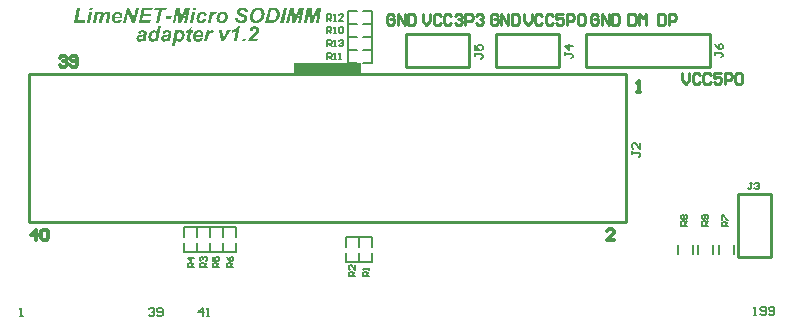
<source format=gto>
G04*
G04 #@! TF.GenerationSoftware,Altium Limited,Altium Designer,19.0.12 (326)*
G04*
G04 Layer_Color=65535*
%FSLAX44Y44*%
%MOMM*%
G71*
G01*
G75*
%ADD10C,0.1270*%
%ADD11C,0.2540*%
%ADD12C,0.2300*%
%ADD13C,0.3000*%
%ADD14C,0.2000*%
%ADD15C,0.1500*%
G36*
X253179Y247250D02*
Y237500D01*
X309678D01*
Y247250D01*
X253179D01*
D02*
G37*
G36*
X169709Y291769D02*
X167209D01*
X167676Y294035D01*
X170192D01*
X169709Y291769D01*
D02*
G37*
G36*
X82214Y291769D02*
X79715D01*
X80182Y294035D01*
X82698D01*
X82214Y291769D01*
D02*
G37*
G36*
X209665Y294252D02*
X209865Y294235D01*
X210082Y294219D01*
X210332Y294185D01*
X210582Y294135D01*
X211148Y294002D01*
X211448Y293919D01*
X211731Y293819D01*
X212015Y293702D01*
X212298Y293552D01*
X212548Y293385D01*
X212798Y293202D01*
X212814Y293185D01*
X212848Y293152D01*
X212914Y293102D01*
X212998Y293019D01*
X213081Y292902D01*
X213198Y292785D01*
X213314Y292636D01*
X213431Y292452D01*
X213547Y292269D01*
X213681Y292052D01*
X213781Y291819D01*
X213897Y291569D01*
X213981Y291303D01*
X214064Y291019D01*
X214131Y290703D01*
X214164Y290386D01*
X211631Y290286D01*
Y290303D01*
Y290319D01*
X211615Y290369D01*
Y290436D01*
X211565Y290603D01*
X211515Y290803D01*
X211431Y291036D01*
X211315Y291269D01*
X211165Y291486D01*
X210965Y291686D01*
X210931Y291702D01*
X210865Y291769D01*
X210732Y291852D01*
X210548Y291936D01*
X210298Y292036D01*
X210015Y292102D01*
X209682Y292169D01*
X209282Y292186D01*
X209099D01*
X208915Y292169D01*
X208682Y292136D01*
X208432Y292086D01*
X208166Y292019D01*
X207932Y291919D01*
X207732Y291786D01*
X207716Y291769D01*
X207666Y291719D01*
X207582Y291636D01*
X207499Y291519D01*
X207416Y291386D01*
X207332Y291219D01*
X207283Y291036D01*
X207266Y290819D01*
Y290803D01*
Y290736D01*
X207283Y290619D01*
X207316Y290503D01*
X207366Y290353D01*
X207449Y290203D01*
X207549Y290053D01*
X207682Y289903D01*
X207699Y289886D01*
X207766Y289836D01*
X207899Y289753D01*
X207982Y289703D01*
X208082Y289636D01*
X208199Y289570D01*
X208332Y289503D01*
X208499Y289420D01*
X208665Y289320D01*
X208865Y289237D01*
X209082Y289137D01*
X209315Y289020D01*
X209582Y288903D01*
X209615Y288887D01*
X209682Y288853D01*
X209799Y288803D01*
X209932Y288737D01*
X210115Y288670D01*
X210315Y288570D01*
X210532Y288470D01*
X210765Y288353D01*
X211248Y288103D01*
X211698Y287837D01*
X211915Y287720D01*
X212098Y287587D01*
X212264Y287470D01*
X212398Y287354D01*
X212414Y287337D01*
X212431Y287320D01*
X212481Y287270D01*
X212548Y287187D01*
X212614Y287104D01*
X212681Y287004D01*
X212764Y286887D01*
X212864Y286737D01*
X213031Y286420D01*
X213164Y286021D01*
X213281Y285587D01*
X213298Y285338D01*
X213314Y285088D01*
Y285071D01*
Y285021D01*
X213298Y284921D01*
Y284804D01*
X213281Y284654D01*
X213248Y284488D01*
X213198Y284304D01*
X213148Y284088D01*
X213081Y283871D01*
X212981Y283638D01*
X212881Y283388D01*
X212748Y283155D01*
X212598Y282905D01*
X212414Y282655D01*
X212198Y282421D01*
X211965Y282188D01*
X211948Y282172D01*
X211898Y282138D01*
X211831Y282072D01*
X211715Y282005D01*
X211581Y281905D01*
X211415Y281805D01*
X211215Y281705D01*
X210998Y281588D01*
X210748Y281472D01*
X210465Y281372D01*
X210148Y281272D01*
X209815Y281172D01*
X209465Y281105D01*
X209082Y281039D01*
X208665Y281005D01*
X208232Y280989D01*
X208066D01*
X207949Y281005D01*
X207816D01*
X207649Y281022D01*
X207466Y281039D01*
X207249Y281055D01*
X206816Y281122D01*
X206333Y281222D01*
X205833Y281355D01*
X205366Y281538D01*
X205350D01*
X205316Y281572D01*
X205250Y281588D01*
X205166Y281638D01*
X205066Y281688D01*
X204950Y281772D01*
X204700Y281938D01*
X204417Y282155D01*
X204133Y282421D01*
X203867Y282722D01*
X203750Y282888D01*
X203650Y283071D01*
Y283088D01*
X203633Y283121D01*
X203600Y283171D01*
X203567Y283255D01*
X203533Y283338D01*
X203500Y283455D01*
X203450Y283588D01*
X203400Y283738D01*
X203317Y284071D01*
X203250Y284454D01*
X203200Y284888D01*
Y285354D01*
X205716Y285487D01*
Y285471D01*
Y285437D01*
Y285371D01*
X205733Y285287D01*
X205749Y285088D01*
X205783Y284838D01*
X205833Y284554D01*
X205900Y284288D01*
X206000Y284054D01*
X206049Y283938D01*
X206116Y283855D01*
X206149Y283821D01*
X206233Y283755D01*
X206299Y283704D01*
X206383Y283638D01*
X206483Y283588D01*
X206599Y283521D01*
X206733Y283455D01*
X206899Y283405D01*
X207066Y283338D01*
X207266Y283288D01*
X207482Y283255D01*
X207716Y283221D01*
X207966Y283188D01*
X208465D01*
X208566Y283205D01*
X208699D01*
X208965Y283238D01*
X209282Y283305D01*
X209599Y283371D01*
X209882Y283488D01*
X210015Y283555D01*
X210132Y283638D01*
X210165Y283655D01*
X210232Y283721D01*
X210315Y283821D01*
X210432Y283955D01*
X210532Y284121D01*
X210632Y284321D01*
X210698Y284538D01*
X210715Y284771D01*
Y284804D01*
Y284871D01*
X210698Y284971D01*
X210648Y285104D01*
X210598Y285254D01*
X210515Y285421D01*
X210398Y285587D01*
X210232Y285737D01*
X210215Y285754D01*
X210165Y285787D01*
X210048Y285854D01*
X209965Y285904D01*
X209882Y285954D01*
X209765Y286021D01*
X209632Y286087D01*
X209482Y286171D01*
X209315Y286254D01*
X209132Y286337D01*
X208915Y286437D01*
X208665Y286554D01*
X208399Y286670D01*
X208382D01*
X208332Y286704D01*
X208265Y286737D01*
X208149Y286787D01*
X208032Y286837D01*
X207899Y286904D01*
X207566Y287054D01*
X207216Y287220D01*
X206849Y287404D01*
X206516Y287587D01*
X206349Y287670D01*
X206216Y287754D01*
X206183Y287770D01*
X206099Y287837D01*
X205983Y287920D01*
X205833Y288053D01*
X205650Y288220D01*
X205466Y288403D01*
X205300Y288620D01*
X205133Y288870D01*
X205116Y288903D01*
X205066Y288986D01*
X205016Y289137D01*
X204950Y289336D01*
X204866Y289570D01*
X204816Y289853D01*
X204766Y290170D01*
X204750Y290503D01*
Y290520D01*
Y290569D01*
Y290653D01*
X204766Y290769D01*
X204783Y290903D01*
X204816Y291069D01*
X204850Y291253D01*
X204900Y291453D01*
X204950Y291653D01*
X205033Y291869D01*
X205133Y292086D01*
X205250Y292319D01*
X205383Y292536D01*
X205533Y292769D01*
X205716Y292985D01*
X205916Y293185D01*
X205933Y293202D01*
X205966Y293235D01*
X206033Y293285D01*
X206133Y293352D01*
X206249Y293435D01*
X206399Y293535D01*
X206583Y293619D01*
X206783Y293735D01*
X206999Y293835D01*
X207249Y293919D01*
X207532Y294019D01*
X207832Y294102D01*
X208166Y294168D01*
X208515Y294219D01*
X208899Y294252D01*
X209299Y294268D01*
X209515D01*
X209665Y294252D01*
D02*
G37*
G36*
X95178Y290719D02*
X95278D01*
X95378Y290703D01*
X95628Y290653D01*
X95911Y290586D01*
X96194Y290469D01*
X96477Y290319D01*
X96727Y290119D01*
X96761Y290086D01*
X96827Y290003D01*
X96927Y289886D01*
X97044Y289703D01*
X97161Y289470D01*
X97261Y289203D01*
X97327Y288887D01*
X97361Y288537D01*
Y288520D01*
Y288437D01*
X97344Y288320D01*
X97327Y288153D01*
X97294Y287920D01*
X97244Y287637D01*
X97177Y287287D01*
X97094Y286870D01*
X95878Y281222D01*
X93378D01*
X94578Y286887D01*
Y286904D01*
X94595Y286937D01*
Y286987D01*
X94611Y287054D01*
X94645Y287220D01*
X94695Y287437D01*
X94728Y287637D01*
X94761Y287837D01*
X94795Y287987D01*
X94811Y288053D01*
Y288087D01*
Y288103D01*
Y288153D01*
X94795Y288220D01*
X94778Y288303D01*
X94711Y288503D01*
X94661Y288603D01*
X94578Y288703D01*
X94561Y288720D01*
X94528Y288737D01*
X94478Y288770D01*
X94411Y288820D01*
X94311Y288870D01*
X94178Y288903D01*
X94045Y288920D01*
X93878Y288937D01*
X93778D01*
X93712Y288920D01*
X93545Y288887D01*
X93312Y288820D01*
X93045Y288687D01*
X92912Y288620D01*
X92762Y288520D01*
X92628Y288403D01*
X92479Y288270D01*
X92329Y288120D01*
X92195Y287937D01*
X92179Y287903D01*
X92145Y287854D01*
X92112Y287803D01*
X92062Y287720D01*
X91995Y287620D01*
X91945Y287487D01*
X91879Y287354D01*
X91812Y287187D01*
X91729Y287004D01*
X91662Y286804D01*
X91579Y286570D01*
X91495Y286320D01*
X91429Y286054D01*
X91346Y285754D01*
X91279Y285421D01*
X90396Y281222D01*
X87896D01*
X89063Y286837D01*
Y286854D01*
X89079Y286887D01*
Y286920D01*
X89096Y286987D01*
X89129Y287154D01*
X89163Y287354D01*
X89196Y287570D01*
X89229Y287770D01*
X89263Y287953D01*
Y288087D01*
Y288103D01*
Y288153D01*
X89246Y288220D01*
X89229Y288303D01*
X89196Y288387D01*
X89163Y288503D01*
X89096Y288587D01*
X89013Y288687D01*
X88996Y288703D01*
X88963Y288720D01*
X88913Y288770D01*
X88829Y288820D01*
X88729Y288853D01*
X88613Y288903D01*
X88480Y288920D01*
X88330Y288937D01*
X88263D01*
X88180Y288920D01*
X88063Y288903D01*
X87946Y288870D01*
X87796Y288836D01*
X87646Y288770D01*
X87480Y288687D01*
X87463Y288670D01*
X87413Y288637D01*
X87330Y288587D01*
X87230Y288503D01*
X87097Y288403D01*
X86980Y288287D01*
X86847Y288153D01*
X86713Y288003D01*
X86697Y287987D01*
X86663Y287920D01*
X86597Y287837D01*
X86513Y287703D01*
X86430Y287554D01*
X86330Y287370D01*
X86247Y287154D01*
X86147Y286904D01*
Y286887D01*
X86130Y286837D01*
X86097Y286737D01*
X86063Y286604D01*
X86030Y286420D01*
X85963Y286171D01*
X85930Y286021D01*
X85897Y285854D01*
X85864Y285671D01*
X85814Y285471D01*
X84914Y281222D01*
X82414D01*
X84347Y290503D01*
X86713D01*
X86480Y289370D01*
X86497Y289386D01*
X86547Y289436D01*
X86613Y289503D01*
X86713Y289586D01*
X86847Y289686D01*
X86997Y289803D01*
X87163Y289920D01*
X87363Y290053D01*
X87563Y290186D01*
X87796Y290303D01*
X88280Y290519D01*
X88546Y290603D01*
X88813Y290686D01*
X89096Y290719D01*
X89379Y290736D01*
X89563D01*
X89746Y290719D01*
X89979Y290686D01*
X90246Y290619D01*
X90512Y290553D01*
X90779Y290436D01*
X91012Y290286D01*
X91046Y290270D01*
X91096Y290203D01*
X91195Y290103D01*
X91312Y289970D01*
X91429Y289803D01*
X91562Y289586D01*
X91662Y289353D01*
X91729Y289070D01*
Y289086D01*
X91745Y289103D01*
X91812Y289186D01*
X91929Y289320D01*
X92079Y289486D01*
X92279Y289670D01*
X92512Y289870D01*
X92795Y290070D01*
X93112Y290253D01*
X93128D01*
X93162Y290270D01*
X93195Y290303D01*
X93278Y290336D01*
X93445Y290403D01*
X93695Y290503D01*
X93978Y290586D01*
X94295Y290669D01*
X94645Y290719D01*
X94995Y290736D01*
X95094D01*
X95178Y290719D01*
D02*
G37*
G36*
X186738Y290719D02*
X186888Y290703D01*
X187054Y290669D01*
X187254Y290619D01*
X187471Y290553D01*
X187704Y290453D01*
X186738Y288403D01*
X186721D01*
X186671Y288420D01*
X186604Y288453D01*
X186521Y288470D01*
X186404Y288503D01*
X186288Y288520D01*
X186005Y288537D01*
X185888D01*
X185771Y288503D01*
X185605Y288470D01*
X185405Y288420D01*
X185172Y288320D01*
X184938Y288203D01*
X184688Y288037D01*
X184655Y288020D01*
X184572Y287953D01*
X184455Y287837D01*
X184305Y287687D01*
X184138Y287504D01*
X183972Y287270D01*
X183789Y287020D01*
X183638Y286720D01*
Y286704D01*
X183622Y286687D01*
X183605Y286637D01*
X183572Y286570D01*
X183538Y286471D01*
X183505Y286371D01*
X183455Y286237D01*
X183405Y286087D01*
X183339Y285921D01*
X183289Y285721D01*
X183222Y285521D01*
X183155Y285287D01*
X183089Y285021D01*
X183022Y284738D01*
X182955Y284438D01*
X182889Y284121D01*
X182289Y281222D01*
X179790D01*
X181722Y290503D01*
X184072D01*
X183689Y288720D01*
X183705Y288737D01*
X183755Y288803D01*
X183822Y288903D01*
X183922Y289037D01*
X184038Y289186D01*
X184188Y289353D01*
X184355Y289536D01*
X184538Y289736D01*
X184738Y289920D01*
X184955Y290103D01*
X185205Y290270D01*
X185455Y290420D01*
X185705Y290553D01*
X185971Y290653D01*
X186255Y290719D01*
X186538Y290736D01*
X186638D01*
X186738Y290719D01*
D02*
G37*
G36*
X175891D02*
X176040Y290703D01*
X176190Y290686D01*
X176374Y290669D01*
X176574Y290636D01*
X176990Y290520D01*
X177423Y290369D01*
X177640Y290270D01*
X177857Y290153D01*
X178057Y290020D01*
X178240Y289870D01*
X178257Y289853D01*
X178290Y289836D01*
X178340Y289786D01*
X178390Y289720D01*
X178473Y289620D01*
X178556Y289520D01*
X178657Y289403D01*
X178756Y289270D01*
X178940Y288937D01*
X179123Y288553D01*
X179273Y288103D01*
X179323Y287854D01*
X179356Y287603D01*
X176974Y287354D01*
Y287370D01*
Y287387D01*
X176957Y287487D01*
X176924Y287620D01*
X176874Y287787D01*
X176807Y287987D01*
X176724Y288170D01*
X176624Y288353D01*
X176490Y288503D01*
X176474Y288520D01*
X176424Y288570D01*
X176340Y288620D01*
X176224Y288703D01*
X176074Y288770D01*
X175907Y288820D01*
X175707Y288870D01*
X175474Y288887D01*
X175357D01*
X175207Y288853D01*
X175024Y288820D01*
X174824Y288753D01*
X174591Y288653D01*
X174341Y288520D01*
X174108Y288337D01*
X174074Y288303D01*
X174008Y288237D01*
X173891Y288103D01*
X173758Y287920D01*
X173608Y287703D01*
X173441Y287420D01*
X173291Y287087D01*
X173158Y286704D01*
Y286687D01*
X173141Y286654D01*
X173125Y286604D01*
X173108Y286521D01*
X173075Y286420D01*
X173058Y286304D01*
X172991Y286037D01*
X172925Y285737D01*
X172875Y285387D01*
X172841Y285037D01*
X172825Y284671D01*
Y284654D01*
Y284638D01*
Y284538D01*
X172841Y284388D01*
X172875Y284204D01*
X172925Y283988D01*
X172991Y283771D01*
X173091Y283571D01*
X173225Y283388D01*
X173241Y283371D01*
X173291Y283321D01*
X173391Y283255D01*
X173508Y283171D01*
X173641Y283088D01*
X173808Y283021D01*
X174008Y282971D01*
X174224Y282955D01*
X174324D01*
X174441Y282971D01*
X174591Y283005D01*
X174774Y283055D01*
X174974Y283138D01*
X175174Y283238D01*
X175391Y283388D01*
X175424Y283405D01*
X175491Y283471D01*
X175591Y283571D01*
X175707Y283721D01*
X175857Y283904D01*
X176007Y284121D01*
X176140Y284388D01*
X176274Y284704D01*
X178706Y284304D01*
Y284288D01*
X178673Y284238D01*
X178640Y284154D01*
X178590Y284038D01*
X178523Y283904D01*
X178456Y283738D01*
X178356Y283571D01*
X178257Y283388D01*
X177990Y282988D01*
X177690Y282572D01*
X177323Y282172D01*
X177124Y281988D01*
X176907Y281822D01*
X176890Y281805D01*
X176857Y281788D01*
X176790Y281738D01*
X176707Y281688D01*
X176590Y281622D01*
X176457Y281555D01*
X176307Y281488D01*
X176124Y281405D01*
X175940Y281322D01*
X175724Y281255D01*
X175274Y281122D01*
X174757Y281022D01*
X174474Y281005D01*
X174191Y280989D01*
X174024D01*
X173891Y281005D01*
X173741Y281022D01*
X173574Y281039D01*
X173375Y281072D01*
X173174Y281122D01*
X172725Y281238D01*
X172491Y281339D01*
X172258Y281439D01*
X172025Y281555D01*
X171792Y281688D01*
X171575Y281855D01*
X171375Y282038D01*
X171358Y282055D01*
X171325Y282088D01*
X171275Y282155D01*
X171208Y282238D01*
X171142Y282338D01*
X171042Y282472D01*
X170958Y282621D01*
X170858Y282805D01*
X170758Y283005D01*
X170675Y283221D01*
X170575Y283455D01*
X170508Y283721D01*
X170442Y284004D01*
X170392Y284304D01*
X170359Y284621D01*
X170342Y284954D01*
Y284971D01*
Y285021D01*
Y285104D01*
X170359Y285221D01*
Y285354D01*
X170375Y285504D01*
X170392Y285687D01*
X170425Y285887D01*
X170492Y286320D01*
X170609Y286804D01*
X170758Y287304D01*
X170958Y287820D01*
Y287837D01*
X170992Y287887D01*
X171025Y287953D01*
X171075Y288037D01*
X171142Y288153D01*
X171225Y288287D01*
X171442Y288587D01*
X171708Y288937D01*
X172025Y289286D01*
X172408Y289636D01*
X172858Y289953D01*
X172875Y289970D01*
X172908Y289986D01*
X172991Y290020D01*
X173075Y290070D01*
X173191Y290136D01*
X173341Y290203D01*
X173491Y290270D01*
X173674Y290353D01*
X173874Y290420D01*
X174091Y290486D01*
X174557Y290619D01*
X175074Y290703D01*
X175341Y290736D01*
X175791D01*
X175891Y290719D01*
D02*
G37*
G36*
X118605Y281222D02*
X116156D01*
X112673Y289836D01*
X110874Y281222D01*
X108424D01*
X111090Y294035D01*
X113556D01*
X117039Y285454D01*
X118822Y294035D01*
X121288D01*
X118605Y281222D01*
D02*
G37*
G36*
X273749Y281222D02*
X271366D01*
X273582Y291852D01*
X268833Y281222D01*
X266334D01*
X265851Y291919D01*
X263835Y281222D01*
X261452D01*
X264118Y294035D01*
X267884D01*
X268284Y285204D01*
X272299Y294035D01*
X276082D01*
X273749Y281222D01*
D02*
G37*
G36*
X258836D02*
X256453D01*
X258669Y291852D01*
X253920Y281222D01*
X251421D01*
X250938Y291919D01*
X248922Y281222D01*
X246539D01*
X249205Y294035D01*
X252971D01*
X253371Y285204D01*
X257386Y294035D01*
X261169D01*
X258836Y281222D01*
D02*
G37*
G36*
X162411D02*
X160028D01*
X162244Y291852D01*
X157495Y281222D01*
X154996D01*
X154513Y291919D01*
X152497Y281222D01*
X150114D01*
X152780Y294035D01*
X156545D01*
X156945Y285204D01*
X160961Y294035D01*
X164743D01*
X162411Y281222D01*
D02*
G37*
G36*
X148997Y284638D02*
X144132D01*
X144615Y287054D01*
X149481D01*
X148997Y284638D01*
D02*
G37*
G36*
X244090Y281222D02*
X241457D01*
X244123Y294035D01*
X246772D01*
X244090Y281222D01*
D02*
G37*
G36*
X235892Y294019D02*
X236208D01*
X236342Y294002D01*
X236575D01*
X236658Y293985D01*
X236692D01*
X236792Y293969D01*
X236942Y293952D01*
X237141Y293919D01*
X237358Y293869D01*
X237591Y293802D01*
X237841Y293735D01*
X238075Y293652D01*
X238108Y293635D01*
X238175Y293602D01*
X238308Y293552D01*
X238458Y293485D01*
X238641Y293385D01*
X238824Y293269D01*
X239024Y293136D01*
X239224Y292969D01*
X239241Y292952D01*
X239308Y292885D01*
X239408Y292802D01*
X239524Y292669D01*
X239674Y292519D01*
X239807Y292336D01*
X239957Y292136D01*
X240107Y291902D01*
X240124Y291869D01*
X240174Y291786D01*
X240241Y291669D01*
X240324Y291486D01*
X240407Y291286D01*
X240507Y291036D01*
X240591Y290769D01*
X240674Y290469D01*
Y290453D01*
X240691Y290436D01*
Y290386D01*
X240707Y290336D01*
X240741Y290170D01*
X240791Y289953D01*
X240824Y289686D01*
X240857Y289386D01*
X240874Y289070D01*
X240891Y288720D01*
Y288703D01*
Y288620D01*
Y288520D01*
X240874Y288370D01*
Y288187D01*
X240857Y287970D01*
X240824Y287737D01*
X240791Y287487D01*
X240741Y287204D01*
X240691Y286904D01*
X240557Y286287D01*
X240357Y285654D01*
X240224Y285338D01*
X240091Y285037D01*
X240074Y285021D01*
X240057Y284971D01*
X240007Y284888D01*
X239941Y284771D01*
X239874Y284638D01*
X239774Y284488D01*
X239657Y284304D01*
X239541Y284121D01*
X239258Y283704D01*
X238908Y283288D01*
X238524Y282871D01*
X238091Y282488D01*
X238075D01*
X238041Y282455D01*
X237991Y282421D01*
X237925Y282372D01*
X237841Y282305D01*
X237725Y282238D01*
X237591Y282155D01*
X237458Y282072D01*
X237291Y281988D01*
X237108Y281905D01*
X236708Y281722D01*
X236242Y281555D01*
X235725Y281405D01*
X235692D01*
X235642Y281388D01*
X235575Y281372D01*
X235492Y281355D01*
X235375D01*
X235242Y281339D01*
X235109Y281322D01*
X234942Y281305D01*
X234742Y281289D01*
X234542Y281272D01*
X234309Y281255D01*
X234059Y281238D01*
X233792D01*
X233509Y281222D01*
X228677D01*
X231343Y294035D01*
X235592D01*
X235892Y294019D01*
D02*
G37*
G36*
X167509Y281222D02*
X165010D01*
X166943Y290503D01*
X169442D01*
X167509Y281222D01*
D02*
G37*
G36*
X144732Y291902D02*
X141033D01*
X138800Y281222D01*
X136151D01*
X138383Y291902D01*
X134634D01*
X135068Y294035D01*
X145165Y294035D01*
X144732Y291902D01*
D02*
G37*
G36*
X133018Y291902D02*
X126153D01*
X125520Y288970D01*
X132185D01*
X131735Y286837D01*
X125054D01*
X124287Y283355D01*
X131752D01*
X131302Y281222D01*
X121288D01*
X123954Y294035D01*
X133468D01*
X133018Y291902D01*
D02*
G37*
G36*
X80015Y281222D02*
X77516D01*
X79448Y290503D01*
X81948D01*
X80015Y281222D01*
D02*
G37*
G36*
X69751Y283355D02*
X76283D01*
X75833Y281222D01*
X66669D01*
X69335Y294035D01*
X71984D01*
X69751Y283355D01*
D02*
G37*
G36*
X222945Y294252D02*
X223112D01*
X223312Y294219D01*
X223545Y294185D01*
X223812Y294152D01*
X224095Y294085D01*
X224395Y294002D01*
X224695Y293902D01*
X225011Y293785D01*
X225345Y293635D01*
X225661Y293469D01*
X225978Y293269D01*
X226278Y293052D01*
X226561Y292785D01*
X226577Y292769D01*
X226628Y292719D01*
X226694Y292636D01*
X226794Y292519D01*
X226894Y292369D01*
X227027Y292186D01*
X227161Y291986D01*
X227294Y291736D01*
X227427Y291469D01*
X227561Y291169D01*
X227694Y290853D01*
X227794Y290503D01*
X227894Y290120D01*
X227960Y289720D01*
X228011Y289303D01*
X228027Y288853D01*
Y288837D01*
Y288770D01*
Y288653D01*
X228011Y288503D01*
X227994Y288320D01*
X227977Y288103D01*
X227944Y287870D01*
X227910Y287603D01*
X227861Y287304D01*
X227794Y287004D01*
X227711Y286670D01*
X227627Y286337D01*
X227511Y285987D01*
X227377Y285637D01*
X227227Y285271D01*
X227061Y284921D01*
X227044Y284904D01*
X227011Y284838D01*
X226961Y284738D01*
X226894Y284604D01*
X226794Y284454D01*
X226677Y284271D01*
X226544Y284071D01*
X226378Y283838D01*
X226211Y283621D01*
X226011Y283371D01*
X225794Y283138D01*
X225578Y282888D01*
X225328Y282655D01*
X225061Y282421D01*
X224778Y282205D01*
X224478Y282005D01*
X224461Y281988D01*
X224411Y281955D01*
X224311Y281905D01*
X224195Y281855D01*
X224045Y281772D01*
X223845Y281688D01*
X223645Y281588D01*
X223412Y281505D01*
X223145Y281405D01*
X222862Y281305D01*
X222545Y281222D01*
X222229Y281155D01*
X221895Y281089D01*
X221529Y281039D01*
X221162Y281005D01*
X220779Y280989D01*
X220612D01*
X220479Y281005D01*
X220329D01*
X220146Y281039D01*
X219946Y281055D01*
X219729Y281089D01*
X219263Y281189D01*
X218763Y281322D01*
X218263Y281522D01*
X218013Y281655D01*
X217780Y281788D01*
X217763Y281805D01*
X217730Y281822D01*
X217663Y281872D01*
X217580Y281938D01*
X217480Y282022D01*
X217363Y282105D01*
X217113Y282355D01*
X216830Y282638D01*
X216547Y282988D01*
X216280Y283371D01*
X216164Y283588D01*
X216064Y283804D01*
Y283821D01*
X216047Y283855D01*
X216014Y283921D01*
X215980Y284021D01*
X215947Y284121D01*
X215914Y284254D01*
X215864Y284404D01*
X215814Y284571D01*
X215730Y284938D01*
X215647Y285338D01*
X215580Y285787D01*
X215564Y286237D01*
Y286254D01*
Y286287D01*
Y286354D01*
Y286437D01*
X215580Y286537D01*
Y286670D01*
X215597Y286804D01*
X215614Y286970D01*
X215647Y287337D01*
X215697Y287737D01*
X215780Y288170D01*
X215897Y288637D01*
Y288653D01*
X215914Y288720D01*
X215947Y288803D01*
X215980Y288920D01*
X216030Y289070D01*
X216080Y289237D01*
X216164Y289436D01*
X216230Y289636D01*
X216430Y290103D01*
X216663Y290586D01*
X216930Y291086D01*
X217247Y291569D01*
X217263Y291586D01*
X217297Y291619D01*
X217347Y291686D01*
X217413Y291769D01*
X217496Y291886D01*
X217613Y292002D01*
X217730Y292136D01*
X217880Y292286D01*
X218213Y292602D01*
X218596Y292919D01*
X219046Y293252D01*
X219546Y293535D01*
X219563Y293552D01*
X219613Y293569D01*
X219679Y293602D01*
X219796Y293652D01*
X219929Y293702D01*
X220079Y293769D01*
X220263Y293835D01*
X220462Y293902D01*
X220696Y293969D01*
X220929Y294035D01*
X221196Y294102D01*
X221479Y294152D01*
X222062Y294235D01*
X222379Y294268D01*
X222812D01*
X222945Y294252D01*
D02*
G37*
G36*
X192853Y290719D02*
X193036Y290703D01*
X193236Y290669D01*
X193453Y290636D01*
X193686Y290586D01*
X193936Y290536D01*
X194202Y290453D01*
X194469Y290369D01*
X194736Y290253D01*
X195002Y290120D01*
X195252Y289970D01*
X195502Y289786D01*
X195719Y289586D01*
X195735Y289570D01*
X195769Y289536D01*
X195819Y289470D01*
X195902Y289386D01*
X195985Y289270D01*
X196085Y289120D01*
X196202Y288970D01*
X196302Y288787D01*
X196419Y288570D01*
X196519Y288337D01*
X196618Y288087D01*
X196702Y287820D01*
X196785Y287537D01*
X196835Y287220D01*
X196868Y286887D01*
X196885Y286537D01*
Y286504D01*
Y286437D01*
X196868Y286320D01*
Y286154D01*
X196835Y285954D01*
X196802Y285737D01*
X196768Y285471D01*
X196702Y285204D01*
X196635Y284904D01*
X196535Y284588D01*
X196419Y284254D01*
X196269Y283938D01*
X196102Y283588D01*
X195919Y283271D01*
X195685Y282938D01*
X195436Y282621D01*
X195419Y282605D01*
X195369Y282555D01*
X195285Y282472D01*
X195169Y282372D01*
X195036Y282238D01*
X194852Y282105D01*
X194652Y281955D01*
X194419Y281805D01*
X194153Y281655D01*
X193869Y281505D01*
X193553Y281372D01*
X193203Y281238D01*
X192836Y281138D01*
X192436Y281055D01*
X192020Y281005D01*
X191570Y280989D01*
X191437D01*
X191353Y281005D01*
X191237D01*
X191103Y281022D01*
X190787Y281055D01*
X190437Y281122D01*
X190037Y281205D01*
X189654Y281339D01*
X189254Y281505D01*
X189237D01*
X189204Y281538D01*
X189154Y281555D01*
X189087Y281605D01*
X188904Y281722D01*
X188687Y281888D01*
X188437Y282105D01*
X188187Y282355D01*
X187954Y282655D01*
X187738Y282988D01*
Y283005D01*
X187721Y283038D01*
X187687Y283088D01*
X187671Y283155D01*
X187621Y283255D01*
X187588Y283355D01*
X187504Y283605D01*
X187404Y283921D01*
X187338Y284271D01*
X187271Y284654D01*
X187254Y285071D01*
Y285104D01*
Y285187D01*
X187271Y285321D01*
Y285504D01*
X187304Y285721D01*
X187338Y285971D01*
X187371Y286254D01*
X187437Y286554D01*
X187521Y286870D01*
X187604Y287204D01*
X187721Y287554D01*
X187871Y287903D01*
X188037Y288237D01*
X188221Y288570D01*
X188454Y288887D01*
X188704Y289186D01*
X188721Y289203D01*
X188771Y289253D01*
X188854Y289336D01*
X188971Y289436D01*
X189120Y289553D01*
X189287Y289670D01*
X189487Y289820D01*
X189720Y289970D01*
X189987Y290103D01*
X190270Y290253D01*
X190587Y290369D01*
X190920Y290503D01*
X191287Y290586D01*
X191670Y290669D01*
X192086Y290719D01*
X192520Y290736D01*
X192719D01*
X192853Y290719D01*
D02*
G37*
G36*
X104159Y290719D02*
X104309Y290703D01*
X104459Y290686D01*
X104659Y290653D01*
X104859Y290603D01*
X105275Y290469D01*
X105508Y290386D01*
X105725Y290286D01*
X105958Y290170D01*
X106175Y290020D01*
X106375Y289853D01*
X106575Y289670D01*
X106592Y289653D01*
X106625Y289620D01*
X106675Y289553D01*
X106742Y289470D01*
X106808Y289370D01*
X106891Y289236D01*
X106992Y289086D01*
X107092Y288903D01*
X107175Y288703D01*
X107275Y288487D01*
X107358Y288253D01*
X107441Y287987D01*
X107491Y287703D01*
X107541Y287387D01*
X107575Y287070D01*
X107591Y286720D01*
Y286704D01*
Y286687D01*
Y286637D01*
Y286570D01*
X107575Y286387D01*
Y286171D01*
X107541Y285921D01*
X107508Y285637D01*
X107475Y285371D01*
X107408Y285088D01*
X101126D01*
Y285071D01*
Y285004D01*
X101110Y284921D01*
Y284854D01*
Y284838D01*
Y284821D01*
Y284771D01*
X101126Y284704D01*
X101143Y284538D01*
X101176Y284321D01*
X101243Y284071D01*
X101343Y283821D01*
X101460Y283588D01*
X101643Y283355D01*
X101659Y283338D01*
X101743Y283271D01*
X101860Y283171D01*
X102009Y283071D01*
X102193Y282971D01*
X102409Y282871D01*
X102659Y282805D01*
X102926Y282788D01*
X102976D01*
X103042Y282805D01*
X103126D01*
X103242Y282821D01*
X103359Y282855D01*
X103642Y282955D01*
X103792Y283021D01*
X103959Y283105D01*
X104125Y283205D01*
X104276Y283338D01*
X104442Y283488D01*
X104609Y283654D01*
X104759Y283855D01*
X104892Y284088D01*
X107141Y283704D01*
Y283688D01*
X107108Y283638D01*
X107075Y283571D01*
X107025Y283488D01*
X106958Y283371D01*
X106875Y283238D01*
X106675Y282938D01*
X106425Y282605D01*
X106108Y282271D01*
X105775Y281938D01*
X105375Y281655D01*
X105359D01*
X105325Y281622D01*
X105259Y281588D01*
X105175Y281555D01*
X105075Y281505D01*
X104959Y281438D01*
X104809Y281388D01*
X104659Y281322D01*
X104292Y281205D01*
X103876Y281089D01*
X103426Y281022D01*
X102926Y280989D01*
X102743D01*
X102609Y281005D01*
X102459Y281022D01*
X102276Y281055D01*
X102059Y281089D01*
X101843Y281138D01*
X101609Y281205D01*
X101360Y281272D01*
X101093Y281372D01*
X100843Y281488D01*
X100593Y281622D01*
X100343Y281788D01*
X100110Y281972D01*
X99877Y282172D01*
X99860Y282188D01*
X99827Y282222D01*
X99777Y282288D01*
X99693Y282388D01*
X99610Y282505D01*
X99510Y282655D01*
X99410Y282821D01*
X99293Y283005D01*
X99193Y283221D01*
X99077Y283455D01*
X98977Y283721D01*
X98894Y283988D01*
X98810Y284288D01*
X98760Y284604D01*
X98727Y284954D01*
X98710Y285304D01*
Y285321D01*
Y285387D01*
Y285487D01*
X98727Y285621D01*
X98744Y285787D01*
X98760Y285987D01*
X98794Y286204D01*
X98844Y286454D01*
X98894Y286704D01*
X98960Y286987D01*
X99060Y287270D01*
X99160Y287554D01*
X99277Y287854D01*
X99410Y288137D01*
X99577Y288437D01*
X99760Y288720D01*
X99777Y288737D01*
X99827Y288803D01*
X99910Y288903D01*
X100027Y289037D01*
X100177Y289186D01*
X100360Y289353D01*
X100560Y289536D01*
X100810Y289736D01*
X101093Y289920D01*
X101393Y290103D01*
X101726Y290270D01*
X102109Y290420D01*
X102493Y290553D01*
X102926Y290653D01*
X103392Y290719D01*
X103876Y290736D01*
X104042D01*
X104159Y290719D01*
D02*
G37*
G36*
X157295Y275043D02*
X157429Y275027D01*
X157562Y275010D01*
X157895Y274927D01*
X158262Y274810D01*
X158462Y274727D01*
X158662Y274627D01*
X158845Y274510D01*
X159045Y274377D01*
X159228Y274227D01*
X159395Y274044D01*
X159411Y274027D01*
X159428Y273994D01*
X159478Y273944D01*
X159528Y273860D01*
X159611Y273744D01*
X159678Y273627D01*
X159761Y273477D01*
X159845Y273294D01*
X159928Y273094D01*
X160011Y272877D01*
X160095Y272627D01*
X160161Y272361D01*
X160211Y272061D01*
X160261Y271744D01*
X160278Y271411D01*
X160294Y271044D01*
Y271011D01*
Y270928D01*
X160278Y270795D01*
Y270628D01*
X160245Y270411D01*
X160211Y270161D01*
X160161Y269878D01*
X160111Y269562D01*
X160028Y269245D01*
X159928Y268895D01*
X159795Y268545D01*
X159645Y268179D01*
X159478Y267829D01*
X159261Y267462D01*
X159028Y267112D01*
X158762Y266779D01*
X158745Y266762D01*
X158695Y266712D01*
X158628Y266646D01*
X158528Y266546D01*
X158395Y266446D01*
X158245Y266312D01*
X158078Y266179D01*
X157878Y266046D01*
X157662Y265912D01*
X157429Y265779D01*
X157162Y265646D01*
X156895Y265546D01*
X156595Y265446D01*
X156295Y265379D01*
X155979Y265329D01*
X155646Y265313D01*
X155562D01*
X155462Y265329D01*
X155346D01*
X155196Y265362D01*
X155013Y265396D01*
X154813Y265429D01*
X154613Y265496D01*
X154379Y265579D01*
X154146Y265679D01*
X153930Y265796D01*
X153696Y265946D01*
X153463Y266112D01*
X153246Y266312D01*
X153046Y266529D01*
X152863Y266796D01*
X151863Y262013D01*
X149364D01*
X152030Y274827D01*
X154396D01*
X154213Y273860D01*
X154229D01*
X154246Y273894D01*
X154346Y273960D01*
X154496Y274077D01*
X154679Y274227D01*
X154896Y274377D01*
X155129Y274527D01*
X155379Y274660D01*
X155629Y274777D01*
X155662Y274793D01*
X155746Y274827D01*
X155879Y274860D01*
X156062Y274927D01*
X156279Y274977D01*
X156512Y275010D01*
X156779Y275043D01*
X157062Y275060D01*
X157195D01*
X157295Y275043D01*
D02*
G37*
G36*
X137884Y265546D02*
X135501D01*
X135701Y266529D01*
X135667Y266496D01*
X135584Y266429D01*
X135451Y266312D01*
X135284Y266162D01*
X135068Y266012D01*
X134851Y265862D01*
X134601Y265712D01*
X134351Y265596D01*
X134318Y265579D01*
X134235Y265546D01*
X134101Y265513D01*
X133918Y265462D01*
X133701Y265396D01*
X133451Y265362D01*
X133168Y265329D01*
X132868Y265313D01*
X132735D01*
X132635Y265329D01*
X132502Y265346D01*
X132368Y265362D01*
X132035Y265429D01*
X131652Y265546D01*
X131468Y265629D01*
X131269Y265729D01*
X131069Y265846D01*
X130885Y265979D01*
X130702Y266129D01*
X130519Y266296D01*
X130502Y266312D01*
X130485Y266346D01*
X130435Y266396D01*
X130386Y266479D01*
X130319Y266579D01*
X130236Y266712D01*
X130152Y266862D01*
X130086Y267029D01*
X130002Y267229D01*
X129919Y267445D01*
X129836Y267679D01*
X129769Y267945D01*
X129719Y268228D01*
X129669Y268528D01*
X129652Y268862D01*
X129636Y269212D01*
Y269245D01*
Y269312D01*
X129652Y269428D01*
Y269595D01*
X129669Y269778D01*
X129702Y270011D01*
X129736Y270278D01*
X129802Y270561D01*
X129869Y270861D01*
X129952Y271178D01*
X130052Y271511D01*
X130169Y271861D01*
X130319Y272211D01*
X130485Y272561D01*
X130685Y272911D01*
X130902Y273244D01*
X130919Y273260D01*
X130969Y273327D01*
X131035Y273410D01*
X131135Y273527D01*
X131269Y273660D01*
X131419Y273827D01*
X131602Y273977D01*
X131802Y274160D01*
X132035Y274327D01*
X132285Y274494D01*
X132568Y274643D01*
X132868Y274777D01*
X133201Y274893D01*
X133535Y274977D01*
X133901Y275043D01*
X134284Y275060D01*
X134368D01*
X134468Y275043D01*
X134601D01*
X134751Y275010D01*
X134934Y274977D01*
X135134Y274927D01*
X135351Y274877D01*
X135568Y274793D01*
X135801Y274694D01*
X136034Y274577D01*
X136267Y274427D01*
X136501Y274260D01*
X136717Y274060D01*
X136934Y273827D01*
X137117Y273560D01*
X138167Y278359D01*
X140683D01*
X137884Y265546D01*
D02*
G37*
G36*
X183839Y275043D02*
X183988Y275027D01*
X184155Y274993D01*
X184355Y274943D01*
X184572Y274877D01*
X184805Y274777D01*
X183839Y272727D01*
X183822D01*
X183772Y272744D01*
X183705Y272777D01*
X183622Y272794D01*
X183505Y272827D01*
X183389Y272844D01*
X183105Y272861D01*
X182989D01*
X182872Y272827D01*
X182705Y272794D01*
X182505Y272744D01*
X182272Y272644D01*
X182039Y272527D01*
X181789Y272361D01*
X181756Y272344D01*
X181672Y272277D01*
X181556Y272161D01*
X181406Y272011D01*
X181239Y271828D01*
X181073Y271594D01*
X180889Y271344D01*
X180739Y271044D01*
Y271028D01*
X180723Y271011D01*
X180706Y270961D01*
X180673Y270895D01*
X180639Y270795D01*
X180606Y270695D01*
X180556Y270561D01*
X180506Y270411D01*
X180439Y270245D01*
X180389Y270045D01*
X180323Y269845D01*
X180256Y269611D01*
X180189Y269345D01*
X180123Y269062D01*
X180056Y268762D01*
X179989Y268445D01*
X179390Y265546D01*
X176890D01*
X178823Y274827D01*
X181173D01*
X180789Y273044D01*
X180806Y273061D01*
X180856Y273127D01*
X180923Y273227D01*
X181022Y273361D01*
X181139Y273510D01*
X181289Y273677D01*
X181456Y273860D01*
X181639Y274060D01*
X181839Y274244D01*
X182056Y274427D01*
X182306Y274594D01*
X182556Y274743D01*
X182805Y274877D01*
X183072Y274977D01*
X183355Y275043D01*
X183638Y275060D01*
X183738D01*
X183839Y275043D01*
D02*
G37*
G36*
X193586Y265546D02*
X191420Y265546D01*
X189570Y274827D01*
X192036D01*
X192686Y270778D01*
Y270761D01*
X192703Y270711D01*
X192719Y270628D01*
X192736Y270511D01*
X192753Y270378D01*
X192770Y270228D01*
X192819Y269895D01*
X192886Y269528D01*
X192936Y269162D01*
X192953Y268995D01*
X192969Y268845D01*
X192986Y268712D01*
X193003Y268595D01*
X193020Y268628D01*
X193053Y268695D01*
X193119Y268778D01*
X193186Y268928D01*
X193303Y269128D01*
X193369Y269245D01*
X193436Y269378D01*
X193519Y269545D01*
X193619Y269711D01*
Y269728D01*
X193636Y269761D01*
X193669Y269811D01*
X193703Y269861D01*
X193803Y270028D01*
X193903Y270228D01*
X194019Y270445D01*
X194119Y270628D01*
X194202Y270795D01*
X194236Y270861D01*
X194269Y270911D01*
X196585Y274827D01*
X199301D01*
X193586Y265546D01*
D02*
G37*
G36*
X219763Y278409D02*
X219913Y278393D01*
X220079Y278376D01*
X220279Y278343D01*
X220496Y278309D01*
X220946Y278193D01*
X221179Y278109D01*
X221412Y278009D01*
X221646Y277893D01*
X221862Y277776D01*
X222079Y277609D01*
X222279Y277443D01*
X222295Y277426D01*
X222329Y277393D01*
X222379Y277343D01*
X222445Y277276D01*
X222512Y277176D01*
X222612Y277060D01*
X222695Y276926D01*
X222795Y276776D01*
X222895Y276610D01*
X222978Y276410D01*
X223145Y275993D01*
X223212Y275760D01*
X223262Y275510D01*
X223295Y275260D01*
X223312Y274977D01*
Y274943D01*
Y274844D01*
X223295Y274694D01*
X223278Y274494D01*
X223228Y274260D01*
X223178Y274010D01*
X223095Y273727D01*
X222995Y273444D01*
X222978Y273410D01*
X222929Y273311D01*
X222862Y273161D01*
X222745Y272961D01*
X222612Y272711D01*
X222429Y272444D01*
X222212Y272161D01*
X221962Y271844D01*
X221945Y271811D01*
X221862Y271728D01*
X221729Y271594D01*
X221562Y271411D01*
X221329Y271161D01*
X221029Y270878D01*
X220679Y270528D01*
X220263Y270145D01*
X220246Y270128D01*
X220212Y270095D01*
X220146Y270045D01*
X220079Y269978D01*
X219879Y269778D01*
X219629Y269562D01*
X219379Y269312D01*
X219113Y269062D01*
X218896Y268845D01*
X218796Y268745D01*
X218713Y268662D01*
X218696Y268645D01*
X218646Y268595D01*
X218580Y268512D01*
X218480Y268412D01*
X218363Y268279D01*
X218246Y268145D01*
X217996Y267829D01*
X222445D01*
X221979Y265546D01*
X214181D01*
Y265562D01*
Y265596D01*
X214197Y265646D01*
X214214Y265713D01*
X214247Y265879D01*
X214297Y266112D01*
X214364Y266396D01*
X214464Y266696D01*
X214581Y267012D01*
X214731Y267329D01*
Y267345D01*
X214747Y267362D01*
X214781Y267412D01*
X214814Y267479D01*
X214897Y267645D01*
X215030Y267862D01*
X215180Y268095D01*
X215364Y268362D01*
X215564Y268645D01*
X215797Y268928D01*
Y268945D01*
X215830Y268962D01*
X215864Y269012D01*
X215930Y269062D01*
X215997Y269145D01*
X216097Y269245D01*
X216213Y269361D01*
X216330Y269495D01*
X216497Y269662D01*
X216663Y269828D01*
X216847Y270028D01*
X217063Y270245D01*
X217313Y270478D01*
X217563Y270728D01*
X217846Y270994D01*
X218163Y271294D01*
X218180Y271311D01*
X218213Y271344D01*
X218280Y271411D01*
X218363Y271494D01*
X218480Y271594D01*
X218596Y271711D01*
X218846Y271961D01*
X219129Y272244D01*
X219396Y272511D01*
X219629Y272744D01*
X219713Y272827D01*
X219796Y272911D01*
X219829Y272944D01*
X219896Y273027D01*
X219996Y273161D01*
X220129Y273311D01*
X220263Y273494D01*
X220396Y273694D01*
X220529Y273894D01*
X220629Y274094D01*
X220646Y274110D01*
X220662Y274177D01*
X220696Y274277D01*
X220746Y274394D01*
X220796Y274527D01*
X220829Y274677D01*
X220846Y274844D01*
X220862Y274993D01*
Y275027D01*
Y275110D01*
X220846Y275227D01*
X220812Y275377D01*
X220762Y275543D01*
X220696Y275710D01*
X220612Y275877D01*
X220479Y276043D01*
X220462Y276060D01*
X220412Y276110D01*
X220329Y276176D01*
X220212Y276260D01*
X220079Y276326D01*
X219913Y276393D01*
X219729Y276443D01*
X219513Y276460D01*
X219413D01*
X219296Y276443D01*
X219163Y276410D01*
X218996Y276343D01*
X218813Y276260D01*
X218630Y276143D01*
X218463Y275993D01*
X218446Y275977D01*
X218396Y275910D01*
X218313Y275793D01*
X218213Y275627D01*
X218113Y275393D01*
X218013Y275127D01*
X217896Y274777D01*
X217863Y274594D01*
X217813Y274377D01*
X215364Y274743D01*
Y274760D01*
X215380Y274827D01*
X215397Y274910D01*
X215430Y275043D01*
X215464Y275193D01*
X215514Y275360D01*
X215564Y275543D01*
X215647Y275760D01*
X215830Y276193D01*
X216064Y276643D01*
X216197Y276876D01*
X216364Y277093D01*
X216530Y277293D01*
X216730Y277476D01*
X216747Y277493D01*
X216780Y277509D01*
X216847Y277559D01*
X216930Y277626D01*
X217030Y277693D01*
X217163Y277776D01*
X217313Y277859D01*
X217480Y277959D01*
X217680Y278043D01*
X217880Y278126D01*
X218113Y278209D01*
X218346Y278276D01*
X218613Y278343D01*
X218880Y278393D01*
X219163Y278409D01*
X219463Y278426D01*
X219629D01*
X219763Y278409D01*
D02*
G37*
G36*
X211431Y265546D02*
X208949D01*
X209432Y267962D01*
X211915D01*
X211431Y265546D01*
D02*
G37*
G36*
X204600D02*
X202084D01*
X203933Y274410D01*
X203917D01*
X203900Y274394D01*
X203850Y274360D01*
X203800Y274327D01*
X203633Y274227D01*
X203417Y274094D01*
X203150Y273960D01*
X202834Y273794D01*
X202500Y273644D01*
X202117Y273477D01*
X202101D01*
X202067Y273461D01*
X202017Y273444D01*
X201950Y273410D01*
X201751Y273344D01*
X201517Y273244D01*
X201234Y273161D01*
X200917Y273061D01*
X200601Y272961D01*
X200301Y272894D01*
X200767Y275127D01*
X200784D01*
X200801Y275143D01*
X200851Y275160D01*
X200917Y275193D01*
X201084Y275277D01*
X201301Y275377D01*
X201567Y275510D01*
X201884Y275677D01*
X202234Y275860D01*
X202600Y276077D01*
X203000Y276310D01*
X203417Y276560D01*
X203833Y276826D01*
X204250Y277110D01*
X204667Y277426D01*
X205050Y277743D01*
X205433Y278076D01*
X205783Y278426D01*
X207299D01*
X204600Y265546D01*
D02*
G37*
G36*
X145848Y275043D02*
X145998D01*
X146165Y275027D01*
X146348Y274993D01*
X146548Y274977D01*
X146981Y274877D01*
X147431Y274743D01*
X147848Y274577D01*
X148031Y274460D01*
X148198Y274327D01*
X148214D01*
X148231Y274294D01*
X148331Y274194D01*
X148464Y274044D01*
X148631Y273844D01*
X148797Y273577D01*
X148931Y273277D01*
X149031Y272944D01*
X149047Y272761D01*
X149064Y272561D01*
Y272544D01*
Y272494D01*
Y272411D01*
X149047Y272294D01*
Y272161D01*
X149031Y272011D01*
X148981Y271661D01*
Y271644D01*
X148964Y271611D01*
Y271561D01*
X148947Y271494D01*
X148931Y271411D01*
X148914Y271311D01*
X148897Y271178D01*
X148864Y271028D01*
X148831Y270861D01*
X148781Y270661D01*
X148731Y270428D01*
X148681Y270161D01*
X148614Y269878D01*
X148547Y269545D01*
X148464Y269195D01*
Y269178D01*
X148448Y269128D01*
X148431Y269045D01*
X148414Y268928D01*
X148381Y268795D01*
X148348Y268628D01*
X148281Y268279D01*
X148214Y267895D01*
X148148Y267512D01*
X148114Y267162D01*
X148098Y266996D01*
Y266862D01*
Y266829D01*
Y266762D01*
X148114Y266629D01*
X148131Y266479D01*
X148148Y266279D01*
X148181Y266062D01*
X148231Y265812D01*
X148298Y265546D01*
X145865D01*
Y265562D01*
X145848Y265629D01*
X145815Y265729D01*
X145781Y265862D01*
X145748Y266012D01*
X145732Y266196D01*
X145682Y266579D01*
X145648Y266546D01*
X145582Y266479D01*
X145465Y266379D01*
X145315Y266246D01*
X145115Y266096D01*
X144898Y265929D01*
X144665Y265779D01*
X144399Y265646D01*
X144365Y265629D01*
X144282Y265596D01*
X144132Y265546D01*
X143949Y265479D01*
X143732Y265413D01*
X143499Y265362D01*
X143232Y265329D01*
X142966Y265313D01*
X142849D01*
X142782Y265329D01*
X142682D01*
X142566Y265346D01*
X142299Y265413D01*
X141999Y265496D01*
X141683Y265629D01*
X141366Y265812D01*
X141216Y265929D01*
X141066Y266062D01*
Y266079D01*
X141033Y266096D01*
X140999Y266146D01*
X140949Y266196D01*
X140833Y266362D01*
X140700Y266596D01*
X140550Y266879D01*
X140433Y267212D01*
X140350Y267595D01*
X140333Y267795D01*
X140316Y268012D01*
Y268029D01*
Y268078D01*
Y268145D01*
X140333Y268228D01*
X140350Y268345D01*
X140366Y268478D01*
X140416Y268778D01*
X140516Y269112D01*
X140666Y269478D01*
X140750Y269645D01*
X140866Y269828D01*
X140983Y269995D01*
X141133Y270145D01*
X141149Y270161D01*
X141166Y270178D01*
X141216Y270228D01*
X141299Y270278D01*
X141399Y270328D01*
X141516Y270411D01*
X141649Y270478D01*
X141816Y270561D01*
X141999Y270644D01*
X142216Y270728D01*
X142466Y270811D01*
X142732Y270895D01*
X143032Y270961D01*
X143349Y271028D01*
X143699Y271078D01*
X144082Y271111D01*
X144165D01*
X144249Y271128D01*
X144365Y271144D01*
X144515Y271161D01*
X144682Y271178D01*
X145065Y271211D01*
X145465Y271261D01*
X145848Y271328D01*
X146032Y271361D01*
X146215Y271394D01*
X146348Y271444D01*
X146481Y271478D01*
Y271494D01*
X146515Y271561D01*
X146531Y271661D01*
X146565Y271778D01*
X146615Y272044D01*
X146648Y272178D01*
Y272311D01*
Y272327D01*
Y272377D01*
X146631Y272444D01*
X146615Y272544D01*
X146565Y272644D01*
X146515Y272761D01*
X146431Y272877D01*
X146315Y272977D01*
X146298Y272994D01*
X146248Y273027D01*
X146181Y273061D01*
X146081Y273127D01*
X145948Y273177D01*
X145781Y273211D01*
X145582Y273244D01*
X145348Y273260D01*
X145232D01*
X145115Y273244D01*
X144965Y273227D01*
X144798Y273194D01*
X144615Y273144D01*
X144449Y273077D01*
X144282Y272977D01*
X144265Y272961D01*
X144215Y272927D01*
X144149Y272861D01*
X144082Y272777D01*
X143982Y272677D01*
X143899Y272544D01*
X143832Y272394D01*
X143765Y272227D01*
X141316Y272427D01*
Y272444D01*
X141333Y272477D01*
X141366Y272544D01*
X141399Y272627D01*
X141449Y272727D01*
X141499Y272861D01*
X141649Y273127D01*
X141849Y273444D01*
X142099Y273760D01*
X142399Y274077D01*
X142766Y274360D01*
X142782Y274377D01*
X142816Y274394D01*
X142882Y274427D01*
X142966Y274477D01*
X143066Y274527D01*
X143182Y274577D01*
X143332Y274643D01*
X143516Y274710D01*
X143699Y274777D01*
X143899Y274843D01*
X144132Y274893D01*
X144382Y274943D01*
X144649Y274993D01*
X144932Y275027D01*
X145232Y275060D01*
X145715D01*
X145848Y275043D01*
D02*
G37*
G36*
X124970D02*
X125120D01*
X125287Y275027D01*
X125470Y274993D01*
X125670Y274977D01*
X126103Y274877D01*
X126553Y274743D01*
X126970Y274577D01*
X127153Y274460D01*
X127320Y274327D01*
X127336D01*
X127353Y274294D01*
X127453Y274194D01*
X127586Y274044D01*
X127753Y273844D01*
X127920Y273577D01*
X128053Y273277D01*
X128153Y272944D01*
X128169Y272761D01*
X128186Y272561D01*
Y272544D01*
Y272494D01*
Y272411D01*
X128169Y272294D01*
Y272161D01*
X128153Y272011D01*
X128103Y271661D01*
Y271644D01*
X128086Y271611D01*
Y271561D01*
X128069Y271494D01*
X128053Y271411D01*
X128036Y271311D01*
X128019Y271178D01*
X127986Y271028D01*
X127953Y270861D01*
X127903Y270661D01*
X127853Y270428D01*
X127803Y270161D01*
X127736Y269878D01*
X127669Y269545D01*
X127586Y269195D01*
Y269178D01*
X127570Y269128D01*
X127553Y269045D01*
X127536Y268928D01*
X127503Y268795D01*
X127470Y268628D01*
X127403Y268279D01*
X127336Y267895D01*
X127270Y267512D01*
X127236Y267162D01*
X127220Y266996D01*
Y266862D01*
Y266829D01*
Y266762D01*
X127236Y266629D01*
X127253Y266479D01*
X127270Y266279D01*
X127303Y266062D01*
X127353Y265812D01*
X127420Y265546D01*
X124987D01*
Y265562D01*
X124970Y265629D01*
X124937Y265729D01*
X124904Y265862D01*
X124870Y266012D01*
X124854Y266196D01*
X124804Y266579D01*
X124770Y266546D01*
X124704Y266479D01*
X124587Y266379D01*
X124437Y266246D01*
X124237Y266096D01*
X124021Y265929D01*
X123787Y265779D01*
X123521Y265646D01*
X123487Y265629D01*
X123404Y265596D01*
X123254Y265546D01*
X123071Y265479D01*
X122854Y265413D01*
X122621Y265362D01*
X122354Y265329D01*
X122088Y265313D01*
X121971D01*
X121904Y265329D01*
X121804D01*
X121688Y265346D01*
X121421Y265413D01*
X121121Y265496D01*
X120805Y265629D01*
X120488Y265812D01*
X120338Y265929D01*
X120188Y266062D01*
Y266079D01*
X120155Y266096D01*
X120121Y266146D01*
X120071Y266196D01*
X119955Y266362D01*
X119822Y266596D01*
X119672Y266879D01*
X119555Y267212D01*
X119472Y267595D01*
X119455Y267795D01*
X119438Y268012D01*
Y268029D01*
Y268078D01*
Y268145D01*
X119455Y268228D01*
X119472Y268345D01*
X119488Y268478D01*
X119538Y268778D01*
X119638Y269112D01*
X119788Y269478D01*
X119872Y269645D01*
X119988Y269828D01*
X120105Y269995D01*
X120255Y270145D01*
X120271Y270161D01*
X120288Y270178D01*
X120338Y270228D01*
X120421Y270278D01*
X120521Y270328D01*
X120638Y270411D01*
X120771Y270478D01*
X120938Y270561D01*
X121121Y270644D01*
X121338Y270728D01*
X121588Y270811D01*
X121854Y270895D01*
X122154Y270961D01*
X122471Y271028D01*
X122821Y271078D01*
X123204Y271111D01*
X123287D01*
X123371Y271128D01*
X123487Y271144D01*
X123637Y271161D01*
X123804Y271178D01*
X124187Y271211D01*
X124587Y271261D01*
X124970Y271328D01*
X125154Y271361D01*
X125337Y271394D01*
X125470Y271444D01*
X125603Y271478D01*
Y271494D01*
X125637Y271561D01*
X125653Y271661D01*
X125687Y271778D01*
X125737Y272044D01*
X125770Y272178D01*
Y272311D01*
Y272327D01*
Y272377D01*
X125753Y272444D01*
X125737Y272544D01*
X125687Y272644D01*
X125637Y272761D01*
X125553Y272877D01*
X125437Y272977D01*
X125420Y272994D01*
X125370Y273027D01*
X125303Y273061D01*
X125204Y273127D01*
X125070Y273177D01*
X124904Y273211D01*
X124704Y273244D01*
X124470Y273260D01*
X124354D01*
X124237Y273244D01*
X124087Y273227D01*
X123920Y273194D01*
X123737Y273144D01*
X123571Y273077D01*
X123404Y272977D01*
X123387Y272961D01*
X123337Y272927D01*
X123271Y272861D01*
X123204Y272777D01*
X123104Y272677D01*
X123021Y272544D01*
X122954Y272394D01*
X122887Y272227D01*
X120438Y272427D01*
Y272444D01*
X120455Y272477D01*
X120488Y272544D01*
X120521Y272627D01*
X120571Y272727D01*
X120621Y272861D01*
X120771Y273127D01*
X120971Y273444D01*
X121221Y273760D01*
X121521Y274077D01*
X121888Y274360D01*
X121904Y274377D01*
X121938Y274394D01*
X122004Y274427D01*
X122088Y274477D01*
X122188Y274527D01*
X122304Y274577D01*
X122454Y274643D01*
X122638Y274710D01*
X122821Y274777D01*
X123021Y274843D01*
X123254Y274893D01*
X123504Y274943D01*
X123771Y274993D01*
X124054Y275027D01*
X124354Y275060D01*
X124837D01*
X124970Y275043D01*
D02*
G37*
G36*
X172841D02*
X172991Y275027D01*
X173141Y275010D01*
X173341Y274977D01*
X173541Y274927D01*
X173958Y274793D01*
X174191Y274710D01*
X174408Y274610D01*
X174641Y274494D01*
X174857Y274344D01*
X175057Y274177D01*
X175257Y273994D01*
X175274Y273977D01*
X175307Y273944D01*
X175357Y273877D01*
X175424Y273794D01*
X175491Y273694D01*
X175574Y273560D01*
X175674Y273410D01*
X175774Y273227D01*
X175857Y273027D01*
X175957Y272811D01*
X176040Y272577D01*
X176124Y272311D01*
X176174Y272027D01*
X176224Y271711D01*
X176257Y271394D01*
X176274Y271044D01*
Y271028D01*
Y271011D01*
Y270961D01*
Y270895D01*
X176257Y270711D01*
Y270495D01*
X176224Y270245D01*
X176190Y269961D01*
X176157Y269695D01*
X176091Y269412D01*
X169809D01*
Y269395D01*
Y269328D01*
X169792Y269245D01*
Y269178D01*
Y269162D01*
Y269145D01*
Y269095D01*
X169809Y269028D01*
X169825Y268862D01*
X169859Y268645D01*
X169925Y268395D01*
X170025Y268145D01*
X170142Y267912D01*
X170325Y267679D01*
X170342Y267662D01*
X170425Y267595D01*
X170542Y267495D01*
X170692Y267395D01*
X170875Y267295D01*
X171092Y267195D01*
X171342Y267129D01*
X171608Y267112D01*
X171658D01*
X171725Y267129D01*
X171808D01*
X171925Y267145D01*
X172041Y267179D01*
X172325Y267279D01*
X172475Y267345D01*
X172641Y267429D01*
X172808Y267529D01*
X172958Y267662D01*
X173125Y267812D01*
X173291Y267978D01*
X173441Y268179D01*
X173574Y268412D01*
X175824Y268029D01*
Y268012D01*
X175791Y267962D01*
X175757Y267895D01*
X175707Y267812D01*
X175641Y267695D01*
X175557Y267562D01*
X175357Y267262D01*
X175107Y266929D01*
X174791Y266596D01*
X174457Y266262D01*
X174058Y265979D01*
X174041D01*
X174008Y265946D01*
X173941Y265912D01*
X173858Y265879D01*
X173758Y265829D01*
X173641Y265762D01*
X173491Y265712D01*
X173341Y265646D01*
X172975Y265529D01*
X172558Y265413D01*
X172108Y265346D01*
X171608Y265313D01*
X171425D01*
X171292Y265329D01*
X171142Y265346D01*
X170958Y265379D01*
X170742Y265413D01*
X170525Y265462D01*
X170292Y265529D01*
X170042Y265596D01*
X169775Y265696D01*
X169526Y265812D01*
X169275Y265946D01*
X169026Y266112D01*
X168792Y266296D01*
X168559Y266496D01*
X168542Y266512D01*
X168509Y266546D01*
X168459Y266612D01*
X168376Y266712D01*
X168292Y266829D01*
X168193Y266979D01*
X168092Y267145D01*
X167976Y267329D01*
X167876Y267545D01*
X167759Y267779D01*
X167659Y268045D01*
X167576Y268312D01*
X167493Y268612D01*
X167443Y268928D01*
X167409Y269278D01*
X167393Y269628D01*
Y269645D01*
Y269711D01*
Y269811D01*
X167409Y269945D01*
X167426Y270111D01*
X167443Y270311D01*
X167476Y270528D01*
X167526Y270778D01*
X167576Y271028D01*
X167643Y271311D01*
X167743Y271594D01*
X167843Y271877D01*
X167959Y272178D01*
X168092Y272461D01*
X168259Y272761D01*
X168442Y273044D01*
X168459Y273061D01*
X168509Y273127D01*
X168592Y273227D01*
X168709Y273361D01*
X168859Y273510D01*
X169042Y273677D01*
X169242Y273860D01*
X169492Y274060D01*
X169775Y274244D01*
X170075Y274427D01*
X170409Y274594D01*
X170792Y274743D01*
X171175Y274877D01*
X171608Y274977D01*
X172075Y275043D01*
X172558Y275060D01*
X172725D01*
X172841Y275043D01*
D02*
G37*
G36*
X165860Y274827D02*
X167393D01*
X167009Y272961D01*
X165476D01*
X164643Y269062D01*
Y269045D01*
X164627Y269012D01*
Y268962D01*
X164610Y268895D01*
X164577Y268712D01*
X164543Y268512D01*
X164493Y268295D01*
X164460Y268112D01*
X164443Y267945D01*
X164427Y267895D01*
Y267862D01*
Y267845D01*
Y267812D01*
X164443Y267762D01*
Y267695D01*
X164510Y267545D01*
X164543Y267462D01*
X164610Y267395D01*
X164627D01*
X164643Y267379D01*
X164693Y267345D01*
X164760Y267329D01*
X164860Y267295D01*
X164977Y267262D01*
X165110Y267245D01*
X165360D01*
X165443Y267262D01*
X165560D01*
X165693Y267279D01*
X165876Y267295D01*
X166110Y267312D01*
X165710Y265446D01*
X165676D01*
X165593Y265429D01*
X165476Y265413D01*
X165293Y265379D01*
X165093Y265362D01*
X164877Y265329D01*
X164627Y265313D01*
X164260D01*
X164160Y265329D01*
X164060D01*
X163927Y265346D01*
X163644Y265379D01*
X163327Y265429D01*
X163011Y265529D01*
X162710Y265646D01*
X162577Y265729D01*
X162461Y265812D01*
X162427Y265829D01*
X162361Y265912D01*
X162277Y266029D01*
X162161Y266179D01*
X162044Y266396D01*
X161961Y266629D01*
X161894Y266929D01*
X161861Y267245D01*
Y267262D01*
Y267345D01*
X161877Y267462D01*
X161894Y267545D01*
Y267662D01*
X161911Y267779D01*
X161944Y267929D01*
X161961Y268078D01*
X161994Y268262D01*
X162027Y268478D01*
X162077Y268695D01*
X162127Y268945D01*
X162177Y269228D01*
X162977Y272961D01*
X161744D01*
X162127Y274827D01*
X163344D01*
X163660Y276310D01*
X166510Y278043D01*
X165860Y274827D01*
D02*
G37*
%LPC*%
G36*
X235475Y291919D02*
X233542D01*
X231743Y283288D01*
X233442D01*
X233576Y283305D01*
X233892D01*
X234242Y283321D01*
X234592Y283355D01*
X234909Y283405D01*
X235059Y283421D01*
X235192Y283455D01*
X235225Y283471D01*
X235309Y283488D01*
X235425Y283538D01*
X235592Y283605D01*
X235775Y283704D01*
X235975Y283821D01*
X236175Y283955D01*
X236392Y284121D01*
X236408Y284138D01*
X236425Y284154D01*
X236525Y284254D01*
X236658Y284404D01*
X236842Y284621D01*
X237041Y284904D01*
X237258Y285221D01*
X237475Y285587D01*
X237691Y286004D01*
Y286021D01*
X237708Y286054D01*
X237741Y286121D01*
X237775Y286221D01*
X237825Y286320D01*
X237858Y286471D01*
X237908Y286621D01*
X237975Y286804D01*
X238025Y286987D01*
X238075Y287204D01*
X238158Y287670D01*
X238225Y288203D01*
X238241Y288787D01*
Y288803D01*
Y288853D01*
Y288920D01*
Y289003D01*
X238225Y289120D01*
Y289253D01*
X238191Y289553D01*
X238125Y289886D01*
X238058Y290236D01*
X237941Y290553D01*
X237791Y290836D01*
X237775Y290869D01*
X237708Y290953D01*
X237608Y291069D01*
X237491Y291203D01*
X237325Y291353D01*
X237141Y291519D01*
X236925Y291653D01*
X236692Y291752D01*
X236675D01*
X236608Y291786D01*
X236492Y291803D01*
X236325Y291836D01*
X236092Y291869D01*
X235825Y291886D01*
X235475Y291919D01*
D02*
G37*
G36*
X222512Y292069D02*
X222429D01*
X222329Y292052D01*
X222195Y292036D01*
X222029Y292019D01*
X221829Y291969D01*
X221629Y291919D01*
X221395Y291836D01*
X221146Y291752D01*
X220896Y291619D01*
X220629Y291486D01*
X220362Y291303D01*
X220112Y291103D01*
X219846Y290853D01*
X219596Y290569D01*
X219363Y290253D01*
X219346Y290236D01*
X219313Y290170D01*
X219246Y290070D01*
X219179Y289936D01*
X219079Y289770D01*
X218979Y289570D01*
X218880Y289336D01*
X218763Y289086D01*
X218646Y288803D01*
X218546Y288487D01*
X218446Y288170D01*
X218346Y287820D01*
X218280Y287454D01*
X218213Y287087D01*
X218180Y286687D01*
X218163Y286287D01*
Y286271D01*
Y286237D01*
Y286154D01*
X218180Y286071D01*
Y285954D01*
X218213Y285821D01*
X218263Y285521D01*
X218363Y285171D01*
X218496Y284804D01*
X218696Y284421D01*
X218829Y284238D01*
X218963Y284071D01*
X218979Y284054D01*
X218996Y284038D01*
X219046Y283988D01*
X219113Y283938D01*
X219196Y283871D01*
X219279Y283788D01*
X219529Y283638D01*
X219829Y283471D01*
X220196Y283321D01*
X220612Y283221D01*
X220846Y283205D01*
X221079Y283188D01*
X221179D01*
X221262Y283205D01*
X221362D01*
X221462Y283221D01*
X221729Y283271D01*
X222045Y283355D01*
X222395Y283488D01*
X222745Y283655D01*
X223112Y283888D01*
X223128Y283904D01*
X223162Y283921D01*
X223212Y283955D01*
X223278Y284021D01*
X223362Y284088D01*
X223462Y284188D01*
X223562Y284288D01*
X223678Y284421D01*
X223812Y284554D01*
X223945Y284721D01*
X224078Y284888D01*
X224212Y285088D01*
X224361Y285287D01*
X224495Y285521D01*
X224628Y285754D01*
X224745Y286021D01*
Y286037D01*
X224778Y286087D01*
X224811Y286171D01*
X224845Y286271D01*
X224895Y286387D01*
X224945Y286554D01*
X225011Y286720D01*
X225078Y286904D01*
X225194Y287337D01*
X225294Y287803D01*
X225361Y288303D01*
X225394Y288820D01*
Y288837D01*
Y288887D01*
Y288970D01*
X225378Y289070D01*
Y289203D01*
X225345Y289353D01*
X225294Y289686D01*
X225194Y290070D01*
X225045Y290469D01*
X224961Y290669D01*
X224845Y290853D01*
X224728Y291036D01*
X224578Y291203D01*
X224561Y291219D01*
X224545Y291236D01*
X224495Y291286D01*
X224428Y291336D01*
X224345Y291403D01*
X224261Y291469D01*
X224011Y291636D01*
X223712Y291803D01*
X223362Y291936D01*
X222962Y292036D01*
X222745Y292052D01*
X222512Y292069D01*
D02*
G37*
G36*
X192536Y288853D02*
X192403D01*
X192253Y288820D01*
X192053Y288787D01*
X191820Y288720D01*
X191586Y288637D01*
X191336Y288503D01*
X191087Y288337D01*
X191053Y288320D01*
X190987Y288237D01*
X190870Y288120D01*
X190720Y287970D01*
X190570Y287754D01*
X190403Y287504D01*
X190254Y287204D01*
X190103Y286870D01*
Y286854D01*
X190087Y286820D01*
X190070Y286770D01*
X190054Y286704D01*
X190004Y286521D01*
X189937Y286287D01*
X189870Y286004D01*
X189820Y285704D01*
X189787Y285404D01*
X189770Y285088D01*
Y285071D01*
Y285037D01*
Y284988D01*
X189787Y284921D01*
X189804Y284738D01*
X189837Y284521D01*
X189904Y284254D01*
X190004Y284004D01*
X190120Y283738D01*
X190303Y283505D01*
X190337Y283488D01*
X190403Y283421D01*
X190520Y283321D01*
X190687Y283221D01*
X190887Y283105D01*
X191120Y283021D01*
X191370Y282955D01*
X191670Y282921D01*
X191770D01*
X191836Y282938D01*
X192036Y282971D01*
X192270Y283038D01*
X192553Y283138D01*
X192836Y283288D01*
X192986Y283388D01*
X193136Y283521D01*
X193269Y283655D01*
X193403Y283804D01*
X193419Y283821D01*
X193453Y283855D01*
X193503Y283938D01*
X193553Y284021D01*
X193636Y284154D01*
X193719Y284304D01*
X193803Y284471D01*
X193903Y284654D01*
X194002Y284871D01*
X194086Y285104D01*
X194169Y285354D01*
X194252Y285621D01*
X194303Y285921D01*
X194352Y286221D01*
X194386Y286537D01*
X194402Y286870D01*
Y286887D01*
Y286904D01*
Y286954D01*
Y287020D01*
X194369Y287187D01*
X194336Y287387D01*
X194269Y287620D01*
X194186Y287854D01*
X194053Y288087D01*
X193869Y288303D01*
X193853Y288320D01*
X193769Y288387D01*
X193669Y288470D01*
X193503Y288587D01*
X193319Y288687D01*
X193086Y288770D01*
X192836Y288837D01*
X192536Y288853D01*
D02*
G37*
G36*
X103609Y288937D02*
X103576D01*
X103476Y288920D01*
X103326Y288903D01*
X103142Y288870D01*
X102926Y288787D01*
X102693Y288687D01*
X102443Y288537D01*
X102209Y288337D01*
X102176Y288303D01*
X102109Y288237D01*
X102009Y288087D01*
X101876Y287903D01*
X101743Y287670D01*
X101593Y287370D01*
X101476Y287020D01*
X101376Y286620D01*
X105309D01*
Y286654D01*
Y286704D01*
Y286787D01*
Y286870D01*
Y286887D01*
Y286920D01*
Y286970D01*
Y287037D01*
X105292Y287220D01*
X105259Y287454D01*
X105192Y287703D01*
X105109Y287953D01*
X104992Y288203D01*
X104842Y288420D01*
X104825Y288437D01*
X104759Y288503D01*
X104659Y288587D01*
X104509Y288687D01*
X104342Y288770D01*
X104125Y288853D01*
X103876Y288920D01*
X103609Y288937D01*
D02*
G37*
G36*
X156079Y273260D02*
X155962D01*
X155829Y273227D01*
X155646Y273194D01*
X155446Y273127D01*
X155229Y273044D01*
X154996Y272911D01*
X154763Y272744D01*
X154729Y272727D01*
X154663Y272644D01*
X154563Y272527D01*
X154429Y272361D01*
X154279Y272144D01*
X154129Y271894D01*
X153979Y271578D01*
X153846Y271228D01*
Y271211D01*
X153829Y271178D01*
X153813Y271128D01*
X153796Y271061D01*
X153746Y270878D01*
X153696Y270644D01*
X153630Y270378D01*
X153580Y270078D01*
X153546Y269778D01*
X153530Y269495D01*
Y269478D01*
Y269445D01*
Y269395D01*
X153546Y269312D01*
X153563Y269112D01*
X153596Y268878D01*
X153663Y268595D01*
X153763Y268312D01*
X153879Y268045D01*
X154063Y267795D01*
X154079Y267762D01*
X154163Y267695D01*
X154263Y267612D01*
X154413Y267495D01*
X154596Y267379D01*
X154813Y267295D01*
X155046Y267229D01*
X155312Y267195D01*
X155412D01*
X155546Y267212D01*
X155696Y267245D01*
X155879Y267312D01*
X156079Y267379D01*
X156295Y267495D01*
X156512Y267645D01*
X156545Y267662D01*
X156612Y267729D01*
X156712Y267845D01*
X156845Y267995D01*
X157012Y268212D01*
X157162Y268462D01*
X157329Y268778D01*
X157479Y269145D01*
Y269162D01*
X157495Y269195D01*
X157512Y269245D01*
X157545Y269328D01*
X157562Y269412D01*
X157595Y269528D01*
X157678Y269778D01*
X157745Y270078D01*
X157795Y270411D01*
X157845Y270761D01*
X157862Y271094D01*
Y271111D01*
Y271144D01*
Y271194D01*
Y271261D01*
X157829Y271461D01*
X157795Y271694D01*
X157745Y271944D01*
X157645Y272211D01*
X157528Y272461D01*
X157362Y272694D01*
X157345Y272711D01*
X157279Y272777D01*
X157162Y272877D01*
X157012Y272977D01*
X156829Y273077D01*
X156612Y273177D01*
X156362Y273244D01*
X156079Y273260D01*
D02*
G37*
G36*
X134618Y273211D02*
X134518D01*
X134434Y273194D01*
X134334Y273177D01*
X134235Y273144D01*
X133968Y273061D01*
X133835Y272994D01*
X133685Y272911D01*
X133535Y272811D01*
X133368Y272694D01*
X133218Y272544D01*
X133068Y272377D01*
X132918Y272194D01*
X132785Y271978D01*
Y271961D01*
X132752Y271928D01*
X132718Y271861D01*
X132668Y271761D01*
X132618Y271644D01*
X132552Y271511D01*
X132502Y271361D01*
X132435Y271178D01*
X132368Y270994D01*
X132302Y270778D01*
X132185Y270328D01*
X132102Y269845D01*
X132085Y269578D01*
X132068Y269312D01*
Y269295D01*
Y269261D01*
Y269212D01*
X132085Y269145D01*
X132102Y268962D01*
X132135Y268745D01*
X132185Y268495D01*
X132285Y268228D01*
X132402Y267978D01*
X132568Y267745D01*
X132585Y267729D01*
X132668Y267662D01*
X132768Y267579D01*
X132918Y267479D01*
X133102Y267362D01*
X133318Y267279D01*
X133551Y267212D01*
X133818Y267195D01*
X133935D01*
X134068Y267229D01*
X134251Y267262D01*
X134451Y267312D01*
X134668Y267395D01*
X134884Y267512D01*
X135118Y267662D01*
X135151Y267679D01*
X135218Y267745D01*
X135334Y267862D01*
X135468Y268012D01*
X135618Y268212D01*
X135767Y268462D01*
X135934Y268762D01*
X136067Y269095D01*
Y269112D01*
X136084Y269145D01*
X136101Y269195D01*
X136117Y269261D01*
X136184Y269445D01*
X136251Y269695D01*
X136317Y269978D01*
X136384Y270278D01*
X136417Y270611D01*
X136434Y270944D01*
Y270961D01*
Y270994D01*
Y271044D01*
Y271111D01*
X136401Y271294D01*
X136367Y271528D01*
X136301Y271794D01*
X136201Y272061D01*
X136067Y272327D01*
X135884Y272577D01*
X135867Y272611D01*
X135784Y272677D01*
X135667Y272777D01*
X135518Y272894D01*
X135334Y273011D01*
X135118Y273111D01*
X134884Y273177D01*
X134618Y273211D01*
D02*
G37*
G36*
X146148Y269895D02*
X146131D01*
X146115Y269878D01*
X146048D01*
X145982Y269861D01*
X145898Y269845D01*
X145798Y269811D01*
X145548Y269778D01*
X145532D01*
X145465Y269761D01*
X145365D01*
X145248Y269728D01*
X145098Y269711D01*
X144915Y269678D01*
X144532Y269611D01*
X144115Y269512D01*
X143715Y269395D01*
X143532Y269328D01*
X143349Y269261D01*
X143199Y269178D01*
X143082Y269095D01*
X143066Y269078D01*
X143016Y269045D01*
X142949Y268962D01*
X142882Y268878D01*
X142816Y268745D01*
X142749Y268612D01*
X142699Y268428D01*
X142682Y268245D01*
Y268228D01*
Y268179D01*
X142699Y268095D01*
X142716Y267978D01*
X142749Y267862D01*
X142816Y267745D01*
X142882Y267612D01*
X142982Y267495D01*
X142999Y267479D01*
X143032Y267445D01*
X143116Y267395D01*
X143199Y267345D01*
X143332Y267295D01*
X143465Y267245D01*
X143632Y267212D01*
X143815Y267195D01*
X143915D01*
X144015Y267212D01*
X144165Y267229D01*
X144332Y267262D01*
X144499Y267312D01*
X144698Y267379D01*
X144882Y267462D01*
X144898Y267479D01*
X144965Y267512D01*
X145048Y267579D01*
X145165Y267662D01*
X145282Y267762D01*
X145415Y267879D01*
X145532Y268029D01*
X145632Y268179D01*
X145648Y268195D01*
X145682Y268262D01*
X145715Y268362D01*
X145781Y268512D01*
X145848Y268712D01*
X145932Y268945D01*
X145998Y269228D01*
X146081Y269545D01*
X146148Y269895D01*
D02*
G37*
G36*
X125270D02*
X125253D01*
X125237Y269878D01*
X125170D01*
X125104Y269861D01*
X125020Y269845D01*
X124920Y269811D01*
X124670Y269778D01*
X124654D01*
X124587Y269761D01*
X124487D01*
X124370Y269728D01*
X124220Y269711D01*
X124037Y269678D01*
X123654Y269611D01*
X123237Y269512D01*
X122837Y269395D01*
X122654Y269328D01*
X122471Y269261D01*
X122321Y269178D01*
X122204Y269095D01*
X122188Y269078D01*
X122138Y269045D01*
X122071Y268962D01*
X122004Y268878D01*
X121938Y268745D01*
X121871Y268612D01*
X121821Y268428D01*
X121804Y268245D01*
Y268228D01*
Y268179D01*
X121821Y268095D01*
X121838Y267978D01*
X121871Y267862D01*
X121938Y267745D01*
X122004Y267612D01*
X122104Y267495D01*
X122121Y267479D01*
X122154Y267445D01*
X122238Y267395D01*
X122321Y267345D01*
X122454Y267295D01*
X122587Y267245D01*
X122754Y267212D01*
X122937Y267195D01*
X123037D01*
X123137Y267212D01*
X123287Y267229D01*
X123454Y267262D01*
X123621Y267312D01*
X123820Y267379D01*
X124004Y267462D01*
X124021Y267479D01*
X124087Y267512D01*
X124170Y267579D01*
X124287Y267662D01*
X124404Y267762D01*
X124537Y267879D01*
X124654Y268029D01*
X124754Y268179D01*
X124770Y268195D01*
X124804Y268262D01*
X124837Y268362D01*
X124904Y268512D01*
X124970Y268712D01*
X125054Y268945D01*
X125120Y269228D01*
X125204Y269545D01*
X125270Y269895D01*
D02*
G37*
G36*
X172291Y273260D02*
X172258D01*
X172158Y273244D01*
X172008Y273227D01*
X171825Y273194D01*
X171608Y273111D01*
X171375Y273011D01*
X171125Y272861D01*
X170892Y272661D01*
X170858Y272627D01*
X170792Y272561D01*
X170692Y272411D01*
X170558Y272227D01*
X170425Y271994D01*
X170275Y271694D01*
X170159Y271344D01*
X170059Y270944D01*
X173991D01*
Y270978D01*
Y271028D01*
Y271111D01*
Y271194D01*
Y271211D01*
Y271244D01*
Y271294D01*
Y271361D01*
X173974Y271544D01*
X173941Y271778D01*
X173874Y272027D01*
X173791Y272277D01*
X173674Y272527D01*
X173524Y272744D01*
X173508Y272761D01*
X173441Y272827D01*
X173341Y272911D01*
X173191Y273011D01*
X173025Y273094D01*
X172808Y273177D01*
X172558Y273244D01*
X172291Y273260D01*
D02*
G37*
%LPD*%
D10*
X171000Y87000D02*
Y95000D01*
Y100000D02*
Y108000D01*
X160000D02*
X171000D01*
X160000Y100000D02*
Y108000D01*
Y87000D02*
Y95000D01*
Y87000D02*
X171000D01*
X182000D02*
Y95000D01*
Y100000D02*
Y108000D01*
X171000D02*
X182000D01*
X171000Y100000D02*
Y108000D01*
Y87000D02*
Y95000D01*
Y87000D02*
X182000D01*
X204000D02*
Y95000D01*
Y100000D02*
Y108000D01*
X193000D02*
X204000D01*
X193000Y100000D02*
Y108000D01*
Y87000D02*
Y95000D01*
Y87000D02*
X204000D01*
X193000D02*
Y95000D01*
Y100000D02*
Y108000D01*
X182000D02*
X193000D01*
X182000Y100000D02*
Y108000D01*
Y87000D02*
Y95000D01*
Y87000D02*
X193000D01*
X308250Y78750D02*
Y86750D01*
Y91750D02*
Y99750D01*
X297250D02*
X308250D01*
X297250Y91750D02*
Y99750D01*
Y78750D02*
Y86750D01*
Y78750D02*
X308250D01*
X319250D02*
Y86750D01*
Y91750D02*
Y99750D01*
X308250D02*
X319250D01*
X308250Y91750D02*
Y99750D01*
Y78750D02*
Y86750D01*
Y78750D02*
X319250D01*
X612400Y85440D02*
Y93060D01*
X625100Y85440D02*
Y93060D01*
X577650Y85440D02*
Y93060D01*
X590350Y85440D02*
Y93060D01*
X595150Y85440D02*
Y93060D01*
X607850Y85440D02*
Y93060D01*
X319250Y247250D02*
Y258250D01*
X311250Y247250D02*
X319250D01*
X298250D02*
X306250D01*
X298250D02*
Y258250D01*
X306250D01*
X311250D02*
X319250D01*
Y269250D02*
Y280250D01*
X311250Y269250D02*
X319250D01*
X298250D02*
X306250D01*
X298250D02*
Y280250D01*
X306250D01*
X311250D02*
X319250D01*
Y258250D02*
Y269250D01*
X311250Y258250D02*
X319250D01*
X298250D02*
X306250D01*
X298250D02*
Y269250D01*
X306250D01*
X311250D02*
X319250D01*
Y280250D02*
Y291250D01*
X311250Y280250D02*
X319250D01*
X298250D02*
X306250D01*
X298250D02*
Y291250D01*
X306250D01*
X311250D02*
X319250D01*
D11*
X28857Y238000D02*
X534000D01*
Y113000D02*
Y238000D01*
X28857Y113000D02*
X534000D01*
X28857D02*
Y238000D01*
X424086Y244000D02*
X477586D01*
Y272000D01*
X424086D02*
X477586D01*
X424086Y244000D02*
Y272000D01*
X347829Y244000D02*
X401329D01*
Y272000D01*
X347829D02*
X401329D01*
X347829Y244000D02*
Y272000D01*
X500286D02*
X604786D01*
X500286Y243750D02*
X604786Y243750D01*
Y272000D01*
X500286Y243750D02*
Y272000D01*
X628500Y136250D02*
X656500D01*
Y82750D02*
Y136250D01*
X628500Y82750D02*
X656500D01*
X628500D02*
Y136250D01*
D12*
X337548Y287248D02*
X336048Y288747D01*
X333049D01*
X331550Y287248D01*
Y281250D01*
X333049Y279750D01*
X336048D01*
X337548Y281250D01*
Y284249D01*
X334549D01*
X340547Y279750D02*
Y288747D01*
X346545Y279750D01*
Y288747D01*
X349544D02*
Y279750D01*
X354043D01*
X355542Y281250D01*
Y287248D01*
X354043Y288747D01*
X349544D01*
X448050D02*
Y282749D01*
X451049Y279750D01*
X454048Y282749D01*
Y288747D01*
X463045Y287248D02*
X461546Y288747D01*
X458547D01*
X457047Y287248D01*
Y281250D01*
X458547Y279750D01*
X461546D01*
X463045Y281250D01*
X472042Y287248D02*
X470543Y288747D01*
X467544D01*
X466044Y287248D01*
Y281250D01*
X467544Y279750D01*
X470543D01*
X472042Y281250D01*
X481039Y288747D02*
X475041D01*
Y284249D01*
X478040Y285748D01*
X479540D01*
X481039Y284249D01*
Y281250D01*
X479540Y279750D01*
X476541D01*
X475041Y281250D01*
X484038Y279750D02*
Y288747D01*
X488537D01*
X490036Y287248D01*
Y284249D01*
X488537Y282749D01*
X484038D01*
X493035Y287248D02*
X494535Y288747D01*
X497534D01*
X499034Y287248D01*
Y281250D01*
X497534Y279750D01*
X494535D01*
X493035Y281250D01*
Y287248D01*
X362050Y288747D02*
Y282749D01*
X365049Y279750D01*
X368048Y282749D01*
Y288747D01*
X377045Y287248D02*
X375546Y288747D01*
X372547D01*
X371047Y287248D01*
Y281250D01*
X372547Y279750D01*
X375546D01*
X377045Y281250D01*
X386042Y287248D02*
X384543Y288747D01*
X381544D01*
X380044Y287248D01*
Y281250D01*
X381544Y279750D01*
X384543D01*
X386042Y281250D01*
X389041Y287248D02*
X390541Y288747D01*
X393540D01*
X395039Y287248D01*
Y285748D01*
X393540Y284249D01*
X392040D01*
X393540D01*
X395039Y282749D01*
Y281250D01*
X393540Y279750D01*
X390541D01*
X389041Y281250D01*
X398038Y279750D02*
Y288747D01*
X402537D01*
X404036Y287248D01*
Y284249D01*
X402537Y282749D01*
X398038D01*
X407035Y287248D02*
X408535Y288747D01*
X411534D01*
X413033Y287248D01*
Y285748D01*
X411534Y284249D01*
X410034D01*
X411534D01*
X413033Y282749D01*
Y281250D01*
X411534Y279750D01*
X408535D01*
X407035Y281250D01*
X536050Y288747D02*
Y279750D01*
X540549D01*
X542048Y281250D01*
Y287248D01*
X540549Y288747D01*
X536050D01*
X545047Y279750D02*
Y288747D01*
X548046Y285748D01*
X551045Y288747D01*
Y279750D01*
X561300Y288747D02*
Y279750D01*
X565798D01*
X567298Y281250D01*
Y287248D01*
X565798Y288747D01*
X561300D01*
X570297Y279750D02*
Y288747D01*
X574796D01*
X576295Y287248D01*
Y284249D01*
X574796Y282749D01*
X570297D01*
X425298Y287248D02*
X423798Y288747D01*
X420799D01*
X419300Y287248D01*
Y281250D01*
X420799Y279750D01*
X423798D01*
X425298Y281250D01*
Y284249D01*
X422299D01*
X428297Y279750D02*
Y288747D01*
X434295Y279750D01*
Y288747D01*
X437294D02*
Y279750D01*
X441793D01*
X443292Y281250D01*
Y287248D01*
X441793Y288747D01*
X437294D01*
X510298Y287248D02*
X508798Y288747D01*
X505799D01*
X504300Y287248D01*
Y281250D01*
X505799Y279750D01*
X508798D01*
X510298Y281250D01*
Y284249D01*
X507299D01*
X513297Y279750D02*
Y288747D01*
X519295Y279750D01*
Y288747D01*
X522294D02*
Y279750D01*
X526793D01*
X528292Y281250D01*
Y287248D01*
X526793Y288747D01*
X522294D01*
X581550Y238747D02*
Y232749D01*
X584549Y229750D01*
X587548Y232749D01*
Y238747D01*
X596545Y237248D02*
X595046Y238747D01*
X592047D01*
X590547Y237248D01*
Y231250D01*
X592047Y229750D01*
X595046D01*
X596545Y231250D01*
X605542Y237248D02*
X604043Y238747D01*
X601044D01*
X599544Y237248D01*
Y231250D01*
X601044Y229750D01*
X604043D01*
X605542Y231250D01*
X614539Y238747D02*
X608541D01*
Y234249D01*
X611540Y235748D01*
X613040D01*
X614539Y234249D01*
Y231250D01*
X613040Y229750D01*
X610041D01*
X608541Y231250D01*
X617538Y229750D02*
Y238747D01*
X622037D01*
X623536Y237248D01*
Y234249D01*
X622037Y232749D01*
X617538D01*
X626535Y237248D02*
X628035Y238747D01*
X631034D01*
X632533Y237248D01*
Y231250D01*
X631034Y229750D01*
X628035D01*
X626535Y231250D01*
Y237248D01*
D13*
X543250Y223000D02*
X546249D01*
X544749D01*
Y231997D01*
X543250Y230498D01*
X34499Y97250D02*
Y106247D01*
X30000Y101749D01*
X35998D01*
X38997Y104748D02*
X40497Y106247D01*
X43496D01*
X44995Y104748D01*
Y98750D01*
X43496Y97250D01*
X40497D01*
X38997Y98750D01*
Y104748D01*
X523748Y97750D02*
X517750D01*
X523748Y103748D01*
Y105248D01*
X522248Y106747D01*
X519249D01*
X517750Y105248D01*
X54500Y251748D02*
X55999Y253247D01*
X58998D01*
X60498Y251748D01*
Y250248D01*
X58998Y248748D01*
X57499D01*
X58998D01*
X60498Y247249D01*
Y245749D01*
X58998Y244250D01*
X55999D01*
X54500Y245749D01*
X63497D02*
X64997Y244250D01*
X67996D01*
X69495Y245749D01*
Y251748D01*
X67996Y253247D01*
X64997D01*
X63497Y251748D01*
Y250248D01*
X64997Y248748D01*
X69495D01*
D14*
X642000Y34000D02*
X644333D01*
X643166D01*
Y40998D01*
X642000Y39832D01*
X647831Y35166D02*
X648998Y34000D01*
X651330D01*
X652497Y35166D01*
Y39832D01*
X651330Y40998D01*
X648998D01*
X647831Y39832D01*
Y38665D01*
X648998Y37499D01*
X652497D01*
X654829Y35166D02*
X655995Y34000D01*
X658328D01*
X659494Y35166D01*
Y39832D01*
X658328Y40998D01*
X655995D01*
X654829Y39832D01*
Y38665D01*
X655995Y37499D01*
X659494D01*
X175499Y33000D02*
Y39998D01*
X172000Y36499D01*
X176665D01*
X178998Y33000D02*
X181330D01*
X180164D01*
Y39998D01*
X178998Y38832D01*
X130000D02*
X131166Y39998D01*
X133499D01*
X134665Y38832D01*
Y37665D01*
X133499Y36499D01*
X132333D01*
X133499D01*
X134665Y35333D01*
Y34166D01*
X133499Y33000D01*
X131166D01*
X130000Y34166D01*
X136998D02*
X138164Y33000D01*
X140497D01*
X141663Y34166D01*
Y38832D01*
X140497Y39998D01*
X138164D01*
X136998Y38832D01*
Y37665D01*
X138164Y36499D01*
X141663D01*
X21000Y33000D02*
X23333D01*
X22166D01*
Y39998D01*
X21000Y38832D01*
X539002Y172415D02*
Y170083D01*
Y171249D01*
X544834D01*
X546000Y170083D01*
Y168916D01*
X544834Y167750D01*
X546000Y179413D02*
Y174748D01*
X541335Y179413D01*
X540168D01*
X539002Y178247D01*
Y175914D01*
X540168Y174748D01*
X482002Y256165D02*
Y253833D01*
Y254999D01*
X487834D01*
X489000Y253833D01*
Y252666D01*
X487834Y251500D01*
X489000Y261997D02*
X482002D01*
X485501Y258498D01*
Y263163D01*
X405752Y255665D02*
Y253333D01*
Y254499D01*
X411584D01*
X412750Y253333D01*
Y252166D01*
X411584Y251000D01*
X405752Y262663D02*
Y257998D01*
X409251D01*
X408085Y260330D01*
Y261497D01*
X409251Y262663D01*
X411584D01*
X412750Y261497D01*
Y259164D01*
X411584Y257998D01*
X609002Y256665D02*
Y254333D01*
Y255499D01*
X614834D01*
X616000Y254333D01*
Y253166D01*
X614834Y252000D01*
X609002Y263663D02*
X610169Y261330D01*
X612501Y258998D01*
X614834D01*
X616000Y260164D01*
Y262497D01*
X614834Y263663D01*
X613667D01*
X612501Y262497D01*
Y258998D01*
D15*
X168250Y74250D02*
X162752D01*
Y76999D01*
X163668Y77916D01*
X165501D01*
X166417Y76999D01*
Y74250D01*
Y76083D02*
X168250Y77916D01*
Y82497D02*
X162752D01*
X165501Y79748D01*
Y83414D01*
X179000Y74250D02*
X173502D01*
Y76999D01*
X174418Y77916D01*
X176251D01*
X177167Y76999D01*
Y74250D01*
Y76083D02*
X179000Y77916D01*
X174418Y79748D02*
X173502Y80665D01*
Y82497D01*
X174418Y83414D01*
X175334D01*
X176251Y82497D01*
Y81581D01*
Y82497D01*
X177167Y83414D01*
X178084D01*
X179000Y82497D01*
Y80665D01*
X178084Y79748D01*
X620500Y109250D02*
X615002D01*
Y111999D01*
X615918Y112915D01*
X617751D01*
X618667Y111999D01*
Y109250D01*
Y111083D02*
X620500Y112915D01*
X615002Y114748D02*
Y118414D01*
X615918D01*
X619584Y114748D01*
X620500D01*
X586000Y109500D02*
X580502D01*
Y112249D01*
X581418Y113166D01*
X583251D01*
X584167Y112249D01*
Y109500D01*
Y111333D02*
X586000Y113166D01*
X581418Y114998D02*
X580502Y115915D01*
Y117747D01*
X581418Y118664D01*
X582335D01*
X583251Y117747D01*
X584167Y118664D01*
X585084D01*
X586000Y117747D01*
Y115915D01*
X585084Y114998D01*
X584167D01*
X583251Y115915D01*
X582335Y114998D01*
X581418D01*
X583251Y115915D02*
Y117747D01*
X603750Y109500D02*
X598252D01*
Y112249D01*
X599168Y113166D01*
X601001D01*
X601917Y112249D01*
Y109500D01*
Y111333D02*
X603750Y113166D01*
X602834Y114998D02*
X603750Y115915D01*
Y117747D01*
X602834Y118664D01*
X599168D01*
X598252Y117747D01*
Y115915D01*
X599168Y114998D01*
X600084D01*
X601001Y115915D01*
Y118664D01*
X640916Y145998D02*
X639083D01*
X639999D01*
Y141416D01*
X639083Y140500D01*
X638166D01*
X637250Y141416D01*
X642748Y145082D02*
X643665Y145998D01*
X645497D01*
X646414Y145082D01*
Y144165D01*
X645497Y143249D01*
X644581D01*
X645497D01*
X646414Y142333D01*
Y141416D01*
X645497Y140500D01*
X643665D01*
X642748Y141416D01*
X281000Y250250D02*
Y255748D01*
X283749D01*
X284666Y254832D01*
Y252999D01*
X283749Y252083D01*
X281000D01*
X282833D02*
X284666Y250250D01*
X286498D02*
X288331D01*
X287415D01*
Y255748D01*
X286498Y254832D01*
X291080Y250250D02*
X292913D01*
X291996D01*
Y255748D01*
X291080Y254832D01*
X280963Y272250D02*
Y277748D01*
X283712D01*
X284629Y276832D01*
Y274999D01*
X283712Y274083D01*
X280963D01*
X282796D02*
X284629Y272250D01*
X286461D02*
X288294D01*
X287378D01*
Y277748D01*
X286461Y276832D01*
X291043D02*
X291960Y277748D01*
X293792D01*
X294709Y276832D01*
Y273166D01*
X293792Y272250D01*
X291960D01*
X291043Y273166D01*
Y276832D01*
X281000Y261250D02*
Y266748D01*
X283749D01*
X284666Y265832D01*
Y263999D01*
X283749Y263083D01*
X281000D01*
X282833D02*
X284666Y261250D01*
X286498D02*
X288331D01*
X287415D01*
Y266748D01*
X286498Y265832D01*
X291080D02*
X291996Y266748D01*
X293829D01*
X294746Y265832D01*
Y264916D01*
X293829Y263999D01*
X292913D01*
X293829D01*
X294746Y263083D01*
Y262166D01*
X293829Y261250D01*
X291996D01*
X291080Y262166D01*
X280963Y283000D02*
Y288498D01*
X283712D01*
X284629Y287582D01*
Y285749D01*
X283712Y284833D01*
X280963D01*
X282796D02*
X284629Y283000D01*
X286461D02*
X288294D01*
X287378D01*
Y288498D01*
X286461Y287582D01*
X294709Y283000D02*
X291043D01*
X294709Y286665D01*
Y287582D01*
X293792Y288498D01*
X291960D01*
X291043Y287582D01*
X316750Y66750D02*
X311252D01*
Y69499D01*
X312168Y70416D01*
X314001D01*
X314917Y69499D01*
Y66750D01*
Y68583D02*
X316750Y70416D01*
Y72248D02*
Y74081D01*
Y73165D01*
X311252D01*
X312168Y72248D01*
X304750Y66750D02*
X299252D01*
Y69499D01*
X300168Y70416D01*
X302001D01*
X302917Y69499D01*
Y66750D01*
Y68583D02*
X304750Y70416D01*
Y75914D02*
Y72248D01*
X301084Y75914D01*
X300168D01*
X299252Y74997D01*
Y73165D01*
X300168Y72248D01*
X189500Y74250D02*
X184002D01*
Y76999D01*
X184918Y77916D01*
X186751D01*
X187667Y76999D01*
Y74250D01*
Y76083D02*
X189500Y77916D01*
X184002Y83414D02*
Y79748D01*
X186751D01*
X185835Y81581D01*
Y82497D01*
X186751Y83414D01*
X188584D01*
X189500Y82497D01*
Y80665D01*
X188584Y79748D01*
X201250Y74250D02*
X195752D01*
Y76999D01*
X196668Y77916D01*
X198501D01*
X199417Y76999D01*
Y74250D01*
Y76083D02*
X201250Y77916D01*
X195752Y83414D02*
X196668Y81581D01*
X198501Y79748D01*
X200334D01*
X201250Y80665D01*
Y82497D01*
X200334Y83414D01*
X199417D01*
X198501Y82497D01*
Y79748D01*
M02*

</source>
